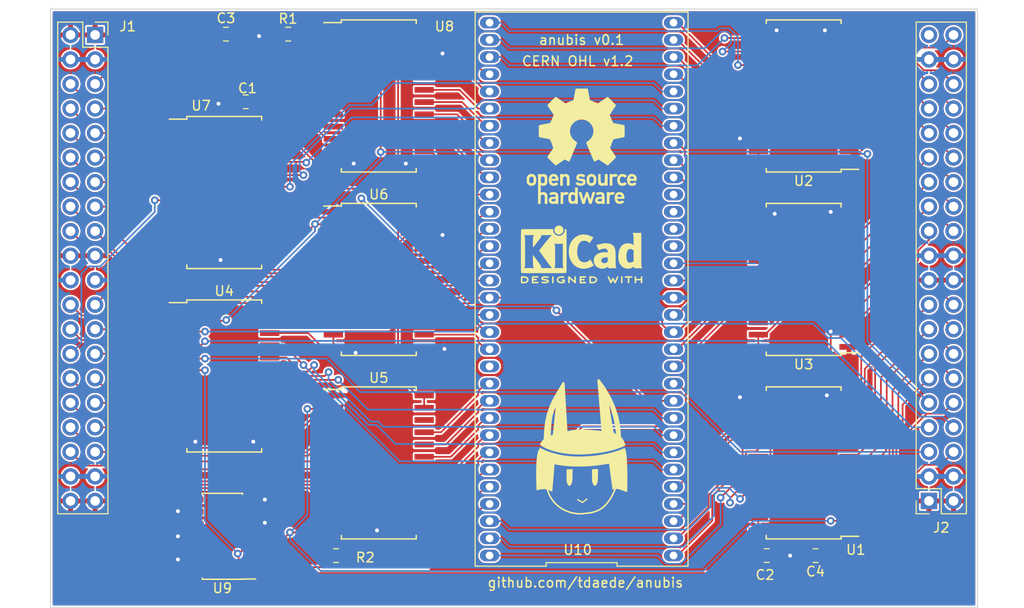
<source format=kicad_pcb>
(kicad_pcb (version 20171130) (host pcbnew 5.1.0-rc1-unknown-r14970-a246d905)
  (layers (0 F.Cu signal) (31 B.Cu signal) (34 B.Paste user) (35 F.Paste user) (36 B.SilkS user) (37 F.SilkS user) (38 B.Mask user) (39 F.Mask user) (44 Edge.Cuts user))
  (net 0 "")
  (net 1 +3V3)
  (net 2 GND)
  (net 3 /ulx_a15)
  (net 4 /ulx_a14)
  (net 5 /ulx_a16)
  (net 6 /ulx_a13)
  (net 7 /ulx_a17)
  (net 8 /ulx_a12)
  (net 9 /ulx_a18)
  (net 10 /ulx_a11)
  (net 11 /ulx_a19)
  (net 12 /ulx_a10)
  (net 13 /ulx_a20)
  (net 14 /ulx_a9)
  (net 15 /ulx_a21)
  (net 16 /ulx_a8)
  (net 17 /ulx_a22)
  (net 18 /ulx_a7)
  (net 19 /ulx_a23)
  (net 20 /ulx_a6)
  (net 21 /ulx_d0)
  (net 22 /ulx_a5)
  (net 23 /ulx_d1)
  (net 24 /ulx_a4)
  (net 25 /ulx_d2)
  (net 26 /ulx_a3)
  (net 27 /ulx_d3)
  (net 28 /ulx_a2)
  (net 29 /ulx_d4)
  (net 30 /ulx_a1)
  (net 31 +5V)
  (net 32 /ulx_bg)
  (net 33 /ulx_br)
  (net 34 /ulx_ipl2)
  (net 35 /addr_dir)
  (net 36 /ulx_ipl1)
  (net 37 /data_dir)
  (net 38 /ulx_ipl0)
  (net 39 /ulx_rw)
  (net 40 /ulx_d15)
  (net 41 /ulx_lds)
  (net 42 /ulx_d14)
  (net 43 /ulx_uds)
  (net 44 /ulx_d13)
  (net 45 /ulx_as)
  (net 46 /ulx_d12)
  (net 47 /ulx_fc2)
  (net 48 /ulx_d11)
  (net 49 /ulx_fc1)
  (net 50 /ulx_d10)
  (net 51 /ulx_fc0)
  (net 52 /ulx_d9)
  (net 53 /ulx_clk)
  (net 54 /ulx_d8)
  (net 55 /ulx_dtack)
  (net 56 /ulx_d7)
  (net 57 /ulx_reset)
  (net 58 /ulx_d6)
  (net 59 /ulx_halt)
  (net 60 /ulx_d5)
  (net 61 "Net-(U1-Pad22)")
  (net 62 /mb_d0)
  (net 63 /mb_d1)
  (net 64 /mb_d2)
  (net 65 /mb_d3)
  (net 66 /mb_d4)
  (net 67 /mb_d5)
  (net 68 /mb_d6)
  (net 69 /mb_d7)
  (net 70 "Net-(U2-Pad21)")
  (net 71 /mb_a1)
  (net 72 /mb_a2)
  (net 73 /mb_a3)
  (net 74 /mb_a4)
  (net 75 /mb_a5)
  (net 76 /mb_a6)
  (net 77 /mb_a7)
  (net 78 "Net-(U2-Pad3)")
  (net 79 "Net-(U3-Pad22)")
  (net 80 /mb_ipl0)
  (net 81 /mb_ipl1)
  (net 82 /mb_ipl2)
  (net 83 /mb_halt)
  (net 84 /mb_reset)
  (net 85 /mb_br)
  (net 86 /mb_clk)
  (net 87 /mb_bgack)
  (net 88 /ulx_bgack)
  (net 89 /mb_as)
  (net 90 /mb_uds)
  (net 91 /mb_lds)
  (net 92 /mb_rw)
  (net 93 "Net-(U4-Pad17)")
  (net 94 "Net-(U4-Pad16)")
  (net 95 "Net-(U4-Pad15)")
  (net 96 "Net-(U4-Pad14)")
  (net 97 "Net-(U4-Pad10)")
  (net 98 "Net-(U4-Pad9)")
  (net 99 "Net-(U4-Pad8)")
  (net 100 "Net-(U4-Pad7)")
  (net 101 "Net-(U5-Pad22)")
  (net 102 /mb_d8)
  (net 103 /mb_d9)
  (net 104 /mb_d10)
  (net 105 /mb_d11)
  (net 106 /mb_d12)
  (net 107 /mb_d13)
  (net 108 /mb_d14)
  (net 109 /mb_d15)
  (net 110 /mb_a16)
  (net 111 /mb_a17)
  (net 112 /mb_a18)
  (net 113 /mb_a19)
  (net 114 /mb_a20)
  (net 115 /mb_a21)
  (net 116 /mb_a22)
  (net 117 /mb_a23)
  (net 118 "Net-(U7-Pad22)")
  (net 119 /mb_fc0)
  (net 120 /mb_fc1)
  (net 121 /mb_fc2)
  (net 122 "Net-(U7-Pad18)")
  (net 123 /mb_dtack)
  (net 124 "Net-(U7-Pad16)")
  (net 125 "Net-(U7-Pad15)")
  (net 126 "Net-(U7-Pad14)")
  (net 127 "Net-(U7-Pad10)")
  (net 128 "Net-(U7-Pad9)")
  (net 129 "Net-(U7-Pad8)")
  (net 130 "Net-(U7-Pad6)")
  (net 131 /mb_a8)
  (net 132 /mb_a9)
  (net 133 /mb_a10)
  (net 134 /mb_a11)
  (net 135 /mb_a12)
  (net 136 /mb_a13)
  (net 137 /mb_a14)
  (net 138 /mb_a15)
  (net 139 /mb_bg)
  (net 140 /mb_berr)
  (net 141 /mb_vpa)
  (net 142 /mb_e)
  (net 143 /mb_vma)
  (net 144 "Net-(J2-Pad39)")
  (net 145 "Net-(U9-Pad12)")
  (net 146 "Net-(U9-Pad10)")
  (net 147 "Net-(U9-Pad8)")
  (net 148 "Net-(U9-Pad6)")
  (module anubis:DIP-64_750_ELL (layer F.Cu) (at 58 133 90)
    (fp_text reference U10 (at -27 -0.4 -180) (layer F.SilkS))
    (fp_text value 68000D)
    (pad 32 thru_hole oval (at 27.59 9.525 90) (size 1.2 2) (drill 0.8) (layers *.Cu *.Mask) (net 74 /mb_a4))
    (pad 33 thru_hole oval (at 27.59 -9.525 90) (size 1.2 2) (drill 0.8) (layers *.Cu *.Mask) (net 75 /mb_a5))
    (pad 31 thru_hole oval (at 25.81 9.525 90) (size 1.2 2) (drill 0.8) (layers *.Cu *.Mask) (net 73 /mb_a3))
    (pad 34 thru_hole oval (at 25.81 -9.525 90) (size 1.2 2) (drill 0.8) (layers *.Cu *.Mask) (net 76 /mb_a6))
    (pad 30 thru_hole oval (at 24.03 9.525 90) (size 1.2 2) (drill 0.8) (layers *.Cu *.Mask) (net 72 /mb_a2))
    (pad 35 thru_hole oval (at 24.03 -9.525 90) (size 1.2 2) (drill 0.8) (layers *.Cu *.Mask) (net 77 /mb_a7))
    (pad 29 thru_hole oval (at 22.25 9.525 90) (size 1.2 2) (drill 0.8) (layers *.Cu *.Mask) (net 71 /mb_a1))
    (pad 36 thru_hole oval (at 22.25 -9.525 90) (size 1.2 2) (drill 0.8) (layers *.Cu *.Mask) (net 131 /mb_a8))
    (pad 28 thru_hole oval (at 20.47 9.525 90) (size 1.2 2) (drill 0.8) (layers *.Cu *.Mask) (net 119 /mb_fc0))
    (pad 37 thru_hole oval (at 20.47 -9.525 90) (size 1.2 2) (drill 0.8) (layers *.Cu *.Mask) (net 132 /mb_a9))
    (pad 27 thru_hole oval (at 18.69 9.525 90) (size 1.2 2) (drill 0.8) (layers *.Cu *.Mask) (net 120 /mb_fc1))
    (pad 38 thru_hole oval (at 18.69 -9.525 90) (size 1.2 2) (drill 0.8) (layers *.Cu *.Mask) (net 133 /mb_a10))
    (pad 26 thru_hole oval (at 16.91 9.525 90) (size 1.2 2) (drill 0.8) (layers *.Cu *.Mask) (net 121 /mb_fc2))
    (pad 39 thru_hole oval (at 16.91 -9.525 90) (size 1.2 2) (drill 0.8) (layers *.Cu *.Mask) (net 134 /mb_a11))
    (pad 25 thru_hole oval (at 15.13 9.525 90) (size 1.2 2) (drill 0.8) (layers *.Cu *.Mask) (net 80 /mb_ipl0))
    (pad 40 thru_hole oval (at 15.13 -9.525 90) (size 1.2 2) (drill 0.8) (layers *.Cu *.Mask) (net 135 /mb_a12))
    (pad 24 thru_hole oval (at 13.35 9.525 90) (size 1.2 2) (drill 0.8) (layers *.Cu *.Mask) (net 81 /mb_ipl1))
    (pad 41 thru_hole oval (at 13.35 -9.525 90) (size 1.2 2) (drill 0.8) (layers *.Cu *.Mask) (net 136 /mb_a13))
    (pad 23 thru_hole oval (at 11.57 9.525 90) (size 1.2 2) (drill 0.8) (layers *.Cu *.Mask) (net 82 /mb_ipl2))
    (pad 42 thru_hole oval (at 11.57 -9.525 90) (size 1.2 2) (drill 0.8) (layers *.Cu *.Mask) (net 137 /mb_a14))
    (pad 22 thru_hole oval (at 9.79 9.525 90) (size 1.2 2) (drill 0.8) (layers *.Cu *.Mask) (net 140 /mb_berr))
    (pad 43 thru_hole oval (at 9.79 -9.525 90) (size 1.2 2) (drill 0.8) (layers *.Cu *.Mask) (net 138 /mb_a15))
    (pad 21 thru_hole oval (at 8.01 9.525 90) (size 1.2 2) (drill 0.8) (layers *.Cu *.Mask) (net 141 /mb_vpa))
    (pad 44 thru_hole oval (at 8.01 -9.525 90) (size 1.2 2) (drill 0.8) (layers *.Cu *.Mask) (net 110 /mb_a16))
    (pad 20 thru_hole oval (at 6.23 9.525 90) (size 1.2 2) (drill 0.8) (layers *.Cu *.Mask) (net 142 /mb_e))
    (pad 45 thru_hole oval (at 6.23 -9.525 90) (size 1.2 2) (drill 0.8) (layers *.Cu *.Mask) (net 111 /mb_a17))
    (pad 19 thru_hole oval (at 4.45 9.525 90) (size 1.2 2) (drill 0.8) (layers *.Cu *.Mask) (net 143 /mb_vma))
    (pad 46 thru_hole oval (at 4.45 -9.525 90) (size 1.2 2) (drill 0.8) (layers *.Cu *.Mask) (net 112 /mb_a18))
    (pad 18 thru_hole oval (at 2.67 9.525 90) (size 1.2 2) (drill 0.8) (layers *.Cu *.Mask) (net 84 /mb_reset))
    (pad 47 thru_hole oval (at 2.67 -9.525 90) (size 1.2 2) (drill 0.8) (layers *.Cu *.Mask) (net 113 /mb_a19))
    (pad 17 thru_hole oval (at 0.89 9.525 90) (size 1.2 2) (drill 0.8) (layers *.Cu *.Mask) (net 83 /mb_halt))
    (pad 48 thru_hole oval (at 0.89 -9.525 90) (size 1.2 2) (drill 0.8) (layers *.Cu *.Mask) (net 114 /mb_a20))
    (pad 16 thru_hole oval (at -0.89 9.525 90) (size 1.2 2) (drill 0.8) (layers *.Cu *.Mask) (net 2 GND))
    (pad 49 thru_hole oval (at -0.89 -9.525 90) (size 1.2 2) (drill 0.8) (layers *.Cu *.Mask) (net 31 +5V))
    (pad 15 thru_hole oval (at -2.67 9.525 90) (size 1.2 2) (drill 0.8) (layers *.Cu *.Mask) (net 86 /mb_clk))
    (pad 50 thru_hole oval (at -2.67 -9.525 90) (size 1.2 2) (drill 0.8) (layers *.Cu *.Mask) (net 115 /mb_a21))
    (pad 14 thru_hole oval (at -4.45 9.525 90) (size 1.2 2) (drill 0.8) (layers *.Cu *.Mask) (net 31 +5V))
    (pad 51 thru_hole oval (at -4.45 -9.525 90) (size 1.2 2) (drill 0.8) (layers *.Cu *.Mask) (net 116 /mb_a22))
    (pad 13 thru_hole oval (at -6.23 9.525 90) (size 1.2 2) (drill 0.8) (layers *.Cu *.Mask) (net 85 /mb_br))
    (pad 52 thru_hole oval (at -6.23 -9.525 90) (size 1.2 2) (drill 0.8) (layers *.Cu *.Mask) (net 117 /mb_a23))
    (pad 12 thru_hole oval (at -8.01 9.525 90) (size 1.2 2) (drill 0.8) (layers *.Cu *.Mask) (net 87 /mb_bgack))
    (pad 53 thru_hole oval (at -8.01 -9.525 90) (size 1.2 2) (drill 0.8) (layers *.Cu *.Mask) (net 2 GND))
    (pad 11 thru_hole oval (at -9.79 9.525 90) (size 1.2 2) (drill 0.8) (layers *.Cu *.Mask) (net 139 /mb_bg))
    (pad 54 thru_hole oval (at -9.79 -9.525 90) (size 1.2 2) (drill 0.8) (layers *.Cu *.Mask) (net 109 /mb_d15))
    (pad 10 thru_hole oval (at -11.57 9.525 90) (size 1.2 2) (drill 0.8) (layers *.Cu *.Mask) (net 123 /mb_dtack))
    (pad 55 thru_hole oval (at -11.57 -9.525 90) (size 1.2 2) (drill 0.8) (layers *.Cu *.Mask) (net 108 /mb_d14))
    (pad 9 thru_hole oval (at -13.35 9.525 90) (size 1.2 2) (drill 0.8) (layers *.Cu *.Mask) (net 92 /mb_rw))
    (pad 56 thru_hole oval (at -13.35 -9.525 90) (size 1.2 2) (drill 0.8) (layers *.Cu *.Mask) (net 107 /mb_d13))
    (pad 8 thru_hole oval (at -15.13 9.525 90) (size 1.2 2) (drill 0.8) (layers *.Cu *.Mask) (net 91 /mb_lds))
    (pad 57 thru_hole oval (at -15.13 -9.525 90) (size 1.2 2) (drill 0.8) (layers *.Cu *.Mask) (net 106 /mb_d12))
    (pad 7 thru_hole oval (at -16.91 9.525 90) (size 1.2 2) (drill 0.8) (layers *.Cu *.Mask) (net 90 /mb_uds))
    (pad 58 thru_hole oval (at -16.91 -9.525 90) (size 1.2 2) (drill 0.8) (layers *.Cu *.Mask) (net 105 /mb_d11))
    (pad 6 thru_hole oval (at -18.69 9.525 90) (size 1.2 2) (drill 0.8) (layers *.Cu *.Mask) (net 89 /mb_as))
    (pad 59 thru_hole oval (at -18.69 -9.525 90) (size 1.2 2) (drill 0.8) (layers *.Cu *.Mask) (net 104 /mb_d10))
    (pad 5 thru_hole oval (at -20.47 9.525 90) (size 1.2 2) (drill 0.8) (layers *.Cu *.Mask) (net 62 /mb_d0))
    (pad 60 thru_hole oval (at -20.47 -9.525 90) (size 1.2 2) (drill 0.8) (layers *.Cu *.Mask) (net 103 /mb_d9))
    (pad 4 thru_hole oval (at -22.25 9.525 90) (size 1.2 2) (drill 0.8) (layers *.Cu *.Mask) (net 63 /mb_d1))
    (pad 61 thru_hole oval (at -22.25 -9.525 90) (size 1.2 2) (drill 0.8) (layers *.Cu *.Mask) (net 102 /mb_d8))
    (pad 3 thru_hole oval (at -24.03 9.525 90) (size 1.2 2) (drill 0.8) (layers *.Cu *.Mask) (net 64 /mb_d2))
    (pad 62 thru_hole oval (at -24.03 -9.525 90) (size 1.2 2) (drill 0.8) (layers *.Cu *.Mask) (net 69 /mb_d7))
    (pad 2 thru_hole oval (at -25.81 9.525 90) (size 1.2 2) (drill 0.8) (layers *.Cu *.Mask) (net 65 /mb_d3))
    (pad 63 thru_hole oval (at -25.81 -9.525 90) (size 1.2 2) (drill 0.8) (layers *.Cu *.Mask) (net 68 /mb_d6))
    (pad 1 thru_hole oval (at -27.59 9.525 90) (size 1.2 2) (drill 0.8) (layers *.Cu *.Mask) (net 66 /mb_d4))
    (pad 64 thru_hole oval (at -27.59 -9.525 90) (size 1.2 2) (drill 0.8) (layers *.Cu *.Mask) (net 67 /mb_d5))
  )
  (module anubis:anubis_logo (layer F.Cu) (at 58 149.4)
    (fp_text reference svg2mod hide)
    (fp_text value G*** hide)
  )
  (module anubis:anubis_logo (layer F.Cu) (at 56.8 153.4)
    (fp_text reference svg2mod hide)
    (fp_text value G*** hide)
  )
  (module Symbol:KiCad-Logo2_5mm_SilkScreen (layer F.Cu) (at 58 129.4)
    (fp_text reference REF** hide)
    (fp_text value KiCad-Logo2_5mm_SilkScreen hide)
  )
  (module Symbol:OSHW-Logo_11.4x12mm_SilkScreen (layer F.Cu) (at 58 118.2)
    (fp_text reference REF** hide)
    (fp_text value OSHW-Logo_11.4x12mm_SilkScreen hide)
  )
  (module Resistor_SMD:R_0805_2012Metric_Pad1.15x1.40mm_HandSolder (layer F.Cu) (at 32.575 160.6)
    (fp_text reference R2 (at 3.025 0.2) (layer F.SilkS))
    (fp_text value 10K)
    (pad 2 smd roundrect (at 1.025 0) (size 1.15 1.4) (layers F.Cu F.Paste F.Mask) (roundrect_rratio 0.217391) (net 2 GND))
    (pad 1 smd roundrect (at -1.025 0) (size 1.15 1.4) (layers F.Cu F.Paste F.Mask) (roundrect_rratio 0.217391) (net 37 /data_dir))
  )
  (module Resistor_SMD:R_0805_2012Metric_Pad1.15x1.40mm_HandSolder (layer F.Cu) (at 27.625 106.6 180)
    (fp_text reference R1 (at 0.025 1.6 180) (layer F.SilkS))
    (fp_text value 10K)
    (pad 2 smd roundrect (at 1.025 0 180) (size 1.15 1.4) (layers F.Cu F.Paste F.Mask) (roundrect_rratio 0.217391) (net 2 GND))
    (pad 1 smd roundrect (at -1.025 0 180) (size 1.15 1.4) (layers F.Cu F.Paste F.Mask) (roundrect_rratio 0.217391) (net 35 /addr_dir))
  )
  (module Capacitor_SMD:C_0805_2012Metric_Pad1.15x1.40mm_HandSolder (layer F.Cu) (at 82.225 160.6 180)
    (fp_text reference C4 (at 0 -1.65 180) (layer F.SilkS))
    (fp_text value 0.1uF)
    (pad 2 smd roundrect (at 1.025 0 180) (size 1.15 1.4) (layers F.Cu F.Paste F.Mask) (roundrect_rratio 0.217391) (net 2 GND))
    (pad 1 smd roundrect (at -1.025 0 180) (size 1.15 1.4) (layers F.Cu F.Paste F.Mask) (roundrect_rratio 0.217391) (net 1 +3V3))
  )
  (module Capacitor_SMD:C_0805_2012Metric_Pad1.15x1.40mm_HandSolder (layer F.Cu) (at 21.175 106.6)
    (fp_text reference C3 (at 0 -1.65) (layer F.SilkS))
    (fp_text value 0.1uF)
    (pad 2 smd roundrect (at 1.025 0) (size 1.15 1.4) (layers F.Cu F.Paste F.Mask) (roundrect_rratio 0.217391) (net 2 GND))
    (pad 1 smd roundrect (at -1.025 0) (size 1.15 1.4) (layers F.Cu F.Paste F.Mask) (roundrect_rratio 0.217391) (net 1 +3V3))
  )
  (module Capacitor_SMD:C_0805_2012Metric_Pad1.15x1.40mm_HandSolder (layer F.Cu) (at 77.175 160.6)
    (fp_text reference C2 (at -0.175 2) (layer F.SilkS))
    (fp_text value 0.1uF)
    (pad 2 smd roundrect (at 1.025 0) (size 1.15 1.4) (layers F.Cu F.Paste F.Mask) (roundrect_rratio 0.217391) (net 2 GND))
    (pad 1 smd roundrect (at -1.025 0) (size 1.15 1.4) (layers F.Cu F.Paste F.Mask) (roundrect_rratio 0.217391) (net 31 +5V))
  )
  (module Capacitor_SMD:C_0805_2012Metric_Pad1.15x1.40mm_HandSolder (layer F.Cu) (at 23.225 113.6 180)
    (fp_text reference C1 (at -0.175 1.4 180) (layer F.SilkS))
    (fp_text value 0.1uF)
    (pad 2 smd roundrect (at 1.025 0 180) (size 1.15 1.4) (layers F.Cu F.Paste F.Mask) (roundrect_rratio 0.217391) (net 2 GND))
    (pad 1 smd roundrect (at -1.025 0 180) (size 1.15 1.4) (layers F.Cu F.Paste F.Mask) (roundrect_rratio 0.217391) (net 31 +5V))
  )
  (module Package_SO:SOIC-14_3.9x8.7mm_P1.27mm (layer F.Cu) (at 20.8 158.6 180)
    (fp_text reference U9 (at 0 -5.375 180) (layer F.SilkS))
    (fp_text value 74LS05)
    (pad 14 smd rect (at 2.7 -3.81 180) (size 1.5 0.6) (layers F.Cu F.Paste F.Mask) (net 1 +3V3))
    (pad 13 smd rect (at 2.7 -2.54 180) (size 1.5 0.6) (layers F.Cu F.Paste F.Mask) (net 2 GND))
    (pad 12 smd rect (at 2.7 -1.27 180) (size 1.5 0.6) (layers F.Cu F.Paste F.Mask) (net 145 "Net-(U9-Pad12)"))
    (pad 11 smd rect (at 2.7 0 180) (size 1.5 0.6) (layers F.Cu F.Paste F.Mask) (net 2 GND))
    (pad 10 smd rect (at 2.7 1.27 180) (size 1.5 0.6) (layers F.Cu F.Paste F.Mask) (net 146 "Net-(U9-Pad10)"))
    (pad 9 smd rect (at 2.7 2.54 180) (size 1.5 0.6) (layers F.Cu F.Paste F.Mask) (net 2 GND))
    (pad 8 smd rect (at 2.7 3.81 180) (size 1.5 0.6) (layers F.Cu F.Paste F.Mask) (net 147 "Net-(U9-Pad8)"))
    (pad 7 smd rect (at -2.7 3.81 180) (size 1.5 0.6) (layers F.Cu F.Paste F.Mask) (net 2 GND))
    (pad 6 smd rect (at -2.7 2.54 180) (size 1.5 0.6) (layers F.Cu F.Paste F.Mask) (net 148 "Net-(U9-Pad6)"))
    (pad 5 smd rect (at -2.7 1.27 180) (size 1.5 0.6) (layers F.Cu F.Paste F.Mask) (net 2 GND))
    (pad 4 smd rect (at -2.7 0 180) (size 1.5 0.6) (layers F.Cu F.Paste F.Mask) (net 37 /data_dir))
    (pad 3 smd rect (at -2.7 -1.27 180) (size 1.5 0.6) (layers F.Cu F.Paste F.Mask) (net 39 /ulx_rw))
    (pad 2 smd rect (at -2.7 -2.54 180) (size 1.5 0.6) (layers F.Cu F.Paste F.Mask) (net 139 /mb_bg))
    (pad 1 smd rect (at -2.7 -3.81 180) (size 1.5 0.6) (layers F.Cu F.Paste F.Mask) (net 32 /ulx_bg))
  )
  (module Package_SO:SOIC-24W_7.5x15.4mm_P1.27mm (layer F.Cu) (at 37 113)
    (fp_text reference U8 (at 6.8 -7.2) (layer F.SilkS))
    (fp_text value SN74LVC8T245DWR)
    (pad 24 smd rect (at 4.7 -6.985) (size 2 0.6) (layers F.Cu F.Paste F.Mask) (net 31 +5V))
    (pad 23 smd rect (at 4.7 -5.715) (size 2 0.6) (layers F.Cu F.Paste F.Mask) (net 31 +5V))
    (pad 22 smd rect (at 4.7 -4.445) (size 2 0.6) (layers F.Cu F.Paste F.Mask) (net 2 GND))
    (pad 21 smd rect (at 4.7 -3.175) (size 2 0.6) (layers F.Cu F.Paste F.Mask) (net 131 /mb_a8))
    (pad 20 smd rect (at 4.7 -1.905) (size 2 0.6) (layers F.Cu F.Paste F.Mask) (net 132 /mb_a9))
    (pad 19 smd rect (at 4.7 -0.635) (size 2 0.6) (layers F.Cu F.Paste F.Mask) (net 133 /mb_a10))
    (pad 18 smd rect (at 4.7 0.635) (size 2 0.6) (layers F.Cu F.Paste F.Mask) (net 134 /mb_a11))
    (pad 17 smd rect (at 4.7 1.905) (size 2 0.6) (layers F.Cu F.Paste F.Mask) (net 135 /mb_a12))
    (pad 16 smd rect (at 4.7 3.175) (size 2 0.6) (layers F.Cu F.Paste F.Mask) (net 136 /mb_a13))
    (pad 15 smd rect (at 4.7 4.445) (size 2 0.6) (layers F.Cu F.Paste F.Mask) (net 137 /mb_a14))
    (pad 14 smd rect (at 4.7 5.715) (size 2 0.6) (layers F.Cu F.Paste F.Mask) (net 138 /mb_a15))
    (pad 13 smd rect (at 4.7 6.985) (size 2 0.6) (layers F.Cu F.Paste F.Mask) (net 2 GND))
    (pad 12 smd rect (at -4.7 6.985) (size 2 0.6) (layers F.Cu F.Paste F.Mask) (net 2 GND))
    (pad 11 smd rect (at -4.7 5.715) (size 2 0.6) (layers F.Cu F.Paste F.Mask) (net 2 GND))
    (pad 10 smd rect (at -4.7 4.445) (size 2 0.6) (layers F.Cu F.Paste F.Mask) (net 3 /ulx_a15))
    (pad 9 smd rect (at -4.7 3.175) (size 2 0.6) (layers F.Cu F.Paste F.Mask) (net 4 /ulx_a14))
    (pad 8 smd rect (at -4.7 1.905) (size 2 0.6) (layers F.Cu F.Paste F.Mask) (net 6 /ulx_a13))
    (pad 7 smd rect (at -4.7 0.635) (size 2 0.6) (layers F.Cu F.Paste F.Mask) (net 8 /ulx_a12))
    (pad 6 smd rect (at -4.7 -0.635) (size 2 0.6) (layers F.Cu F.Paste F.Mask) (net 10 /ulx_a11))
    (pad 5 smd rect (at -4.7 -1.905) (size 2 0.6) (layers F.Cu F.Paste F.Mask) (net 12 /ulx_a10))
    (pad 4 smd rect (at -4.7 -3.175) (size 2 0.6) (layers F.Cu F.Paste F.Mask) (net 14 /ulx_a9))
    (pad 3 smd rect (at -4.7 -4.445) (size 2 0.6) (layers F.Cu F.Paste F.Mask) (net 16 /ulx_a8))
    (pad 2 smd rect (at -4.7 -5.715) (size 2 0.6) (layers F.Cu F.Paste F.Mask) (net 35 /addr_dir))
    (pad 1 smd rect (at -4.7 -6.985) (size 2 0.6) (layers F.Cu F.Paste F.Mask) (net 1 +3V3))
  )
  (module Package_SO:SOIC-24W_7.5x15.4mm_P1.27mm (layer F.Cu) (at 21 123)
    (fp_text reference U7 (at -2.4 -9) (layer F.SilkS))
    (fp_text value SN74LVC8T245DWR)
    (pad 24 smd rect (at 4.7 -6.985) (size 2 0.6) (layers F.Cu F.Paste F.Mask) (net 31 +5V))
    (pad 23 smd rect (at 4.7 -5.715) (size 2 0.6) (layers F.Cu F.Paste F.Mask) (net 31 +5V))
    (pad 22 smd rect (at 4.7 -4.445) (size 2 0.6) (layers F.Cu F.Paste F.Mask) (net 118 "Net-(U7-Pad22)"))
    (pad 21 smd rect (at 4.7 -3.175) (size 2 0.6) (layers F.Cu F.Paste F.Mask) (net 121 /mb_fc2))
    (pad 20 smd rect (at 4.7 -1.905) (size 2 0.6) (layers F.Cu F.Paste F.Mask) (net 120 /mb_fc1))
    (pad 19 smd rect (at 4.7 -0.635) (size 2 0.6) (layers F.Cu F.Paste F.Mask) (net 119 /mb_fc0))
    (pad 18 smd rect (at 4.7 0.635) (size 2 0.6) (layers F.Cu F.Paste F.Mask) (net 122 "Net-(U7-Pad18)"))
    (pad 17 smd rect (at 4.7 1.905) (size 2 0.6) (layers F.Cu F.Paste F.Mask) (net 123 /mb_dtack))
    (pad 16 smd rect (at 4.7 3.175) (size 2 0.6) (layers F.Cu F.Paste F.Mask) (net 124 "Net-(U7-Pad16)"))
    (pad 15 smd rect (at 4.7 4.445) (size 2 0.6) (layers F.Cu F.Paste F.Mask) (net 125 "Net-(U7-Pad15)"))
    (pad 14 smd rect (at 4.7 5.715) (size 2 0.6) (layers F.Cu F.Paste F.Mask) (net 126 "Net-(U7-Pad14)"))
    (pad 13 smd rect (at 4.7 6.985) (size 2 0.6) (layers F.Cu F.Paste F.Mask) (net 2 GND))
    (pad 12 smd rect (at -4.7 6.985) (size 2 0.6) (layers F.Cu F.Paste F.Mask) (net 2 GND))
    (pad 11 smd rect (at -4.7 5.715) (size 2 0.6) (layers F.Cu F.Paste F.Mask) (net 2 GND))
    (pad 10 smd rect (at -4.7 4.445) (size 2 0.6) (layers F.Cu F.Paste F.Mask) (net 127 "Net-(U7-Pad10)"))
    (pad 9 smd rect (at -4.7 3.175) (size 2 0.6) (layers F.Cu F.Paste F.Mask) (net 128 "Net-(U7-Pad9)"))
    (pad 8 smd rect (at -4.7 1.905) (size 2 0.6) (layers F.Cu F.Paste F.Mask) (net 129 "Net-(U7-Pad8)"))
    (pad 7 smd rect (at -4.7 0.635) (size 2 0.6) (layers F.Cu F.Paste F.Mask) (net 55 /ulx_dtack))
    (pad 6 smd rect (at -4.7 -0.635) (size 2 0.6) (layers F.Cu F.Paste F.Mask) (net 130 "Net-(U7-Pad6)"))
    (pad 5 smd rect (at -4.7 -1.905) (size 2 0.6) (layers F.Cu F.Paste F.Mask) (net 51 /ulx_fc0))
    (pad 4 smd rect (at -4.7 -3.175) (size 2 0.6) (layers F.Cu F.Paste F.Mask) (net 49 /ulx_fc1))
    (pad 3 smd rect (at -4.7 -4.445) (size 2 0.6) (layers F.Cu F.Paste F.Mask) (net 47 /ulx_fc2))
    (pad 2 smd rect (at -4.7 -5.715) (size 2 0.6) (layers F.Cu F.Paste F.Mask) (net 35 /addr_dir))
    (pad 1 smd rect (at -4.7 -6.985) (size 2 0.6) (layers F.Cu F.Paste F.Mask) (net 1 +3V3))
  )
  (module Package_SO:SOIC-24W_7.5x15.4mm_P1.27mm (layer F.Cu) (at 37 132)
    (fp_text reference U6 (at 0 -8.8) (layer F.SilkS))
    (fp_text value SN74LVC8T245DWR)
    (pad 24 smd rect (at 4.7 -6.985) (size 2 0.6) (layers F.Cu F.Paste F.Mask) (net 31 +5V))
    (pad 23 smd rect (at 4.7 -5.715) (size 2 0.6) (layers F.Cu F.Paste F.Mask) (net 31 +5V))
    (pad 22 smd rect (at 4.7 -4.445) (size 2 0.6) (layers F.Cu F.Paste F.Mask) (net 2 GND))
    (pad 21 smd rect (at 4.7 -3.175) (size 2 0.6) (layers F.Cu F.Paste F.Mask) (net 110 /mb_a16))
    (pad 20 smd rect (at 4.7 -1.905) (size 2 0.6) (layers F.Cu F.Paste F.Mask) (net 111 /mb_a17))
    (pad 19 smd rect (at 4.7 -0.635) (size 2 0.6) (layers F.Cu F.Paste F.Mask) (net 112 /mb_a18))
    (pad 18 smd rect (at 4.7 0.635) (size 2 0.6) (layers F.Cu F.Paste F.Mask) (net 113 /mb_a19))
    (pad 17 smd rect (at 4.7 1.905) (size 2 0.6) (layers F.Cu F.Paste F.Mask) (net 114 /mb_a20))
    (pad 16 smd rect (at 4.7 3.175) (size 2 0.6) (layers F.Cu F.Paste F.Mask) (net 115 /mb_a21))
    (pad 15 smd rect (at 4.7 4.445) (size 2 0.6) (layers F.Cu F.Paste F.Mask) (net 116 /mb_a22))
    (pad 14 smd rect (at 4.7 5.715) (size 2 0.6) (layers F.Cu F.Paste F.Mask) (net 117 /mb_a23))
    (pad 13 smd rect (at 4.7 6.985) (size 2 0.6) (layers F.Cu F.Paste F.Mask) (net 2 GND))
    (pad 12 smd rect (at -4.7 6.985) (size 2 0.6) (layers F.Cu F.Paste F.Mask) (net 2 GND))
    (pad 11 smd rect (at -4.7 5.715) (size 2 0.6) (layers F.Cu F.Paste F.Mask) (net 2 GND))
    (pad 10 smd rect (at -4.7 4.445) (size 2 0.6) (layers F.Cu F.Paste F.Mask) (net 19 /ulx_a23))
    (pad 9 smd rect (at -4.7 3.175) (size 2 0.6) (layers F.Cu F.Paste F.Mask) (net 17 /ulx_a22))
    (pad 8 smd rect (at -4.7 1.905) (size 2 0.6) (layers F.Cu F.Paste F.Mask) (net 15 /ulx_a21))
    (pad 7 smd rect (at -4.7 0.635) (size 2 0.6) (layers F.Cu F.Paste F.Mask) (net 13 /ulx_a20))
    (pad 6 smd rect (at -4.7 -0.635) (size 2 0.6) (layers F.Cu F.Paste F.Mask) (net 11 /ulx_a19))
    (pad 5 smd rect (at -4.7 -1.905) (size 2 0.6) (layers F.Cu F.Paste F.Mask) (net 9 /ulx_a18))
    (pad 4 smd rect (at -4.7 -3.175) (size 2 0.6) (layers F.Cu F.Paste F.Mask) (net 7 /ulx_a17))
    (pad 3 smd rect (at -4.7 -4.445) (size 2 0.6) (layers F.Cu F.Paste F.Mask) (net 5 /ulx_a16))
    (pad 2 smd rect (at -4.7 -5.715) (size 2 0.6) (layers F.Cu F.Paste F.Mask) (net 35 /addr_dir))
    (pad 1 smd rect (at -4.7 -6.985) (size 2 0.6) (layers F.Cu F.Paste F.Mask) (net 1 +3V3))
  )
  (module Package_SO:SOIC-24W_7.5x15.4mm_P1.27mm (layer F.Cu) (at 37 151)
    (fp_text reference U5 (at 0 -8.8) (layer F.SilkS))
    (fp_text value SN74LVC8T245DWR)
    (pad 24 smd rect (at 4.7 -6.985) (size 2 0.6) (layers F.Cu F.Paste F.Mask) (net 31 +5V))
    (pad 23 smd rect (at 4.7 -5.715) (size 2 0.6) (layers F.Cu F.Paste F.Mask) (net 31 +5V))
    (pad 22 smd rect (at 4.7 -4.445) (size 2 0.6) (layers F.Cu F.Paste F.Mask) (net 101 "Net-(U5-Pad22)"))
    (pad 21 smd rect (at 4.7 -3.175) (size 2 0.6) (layers F.Cu F.Paste F.Mask) (net 109 /mb_d15))
    (pad 20 smd rect (at 4.7 -1.905) (size 2 0.6) (layers F.Cu F.Paste F.Mask) (net 108 /mb_d14))
    (pad 19 smd rect (at 4.7 -0.635) (size 2 0.6) (layers F.Cu F.Paste F.Mask) (net 107 /mb_d13))
    (pad 18 smd rect (at 4.7 0.635) (size 2 0.6) (layers F.Cu F.Paste F.Mask) (net 106 /mb_d12))
    (pad 17 smd rect (at 4.7 1.905) (size 2 0.6) (layers F.Cu F.Paste F.Mask) (net 105 /mb_d11))
    (pad 16 smd rect (at 4.7 3.175) (size 2 0.6) (layers F.Cu F.Paste F.Mask) (net 104 /mb_d10))
    (pad 15 smd rect (at 4.7 4.445) (size 2 0.6) (layers F.Cu F.Paste F.Mask) (net 103 /mb_d9))
    (pad 14 smd rect (at 4.7 5.715) (size 2 0.6) (layers F.Cu F.Paste F.Mask) (net 102 /mb_d8))
    (pad 13 smd rect (at 4.7 6.985) (size 2 0.6) (layers F.Cu F.Paste F.Mask) (net 2 GND))
    (pad 12 smd rect (at -4.7 6.985) (size 2 0.6) (layers F.Cu F.Paste F.Mask) (net 2 GND))
    (pad 11 smd rect (at -4.7 5.715) (size 2 0.6) (layers F.Cu F.Paste F.Mask) (net 2 GND))
    (pad 10 smd rect (at -4.7 4.445) (size 2 0.6) (layers F.Cu F.Paste F.Mask) (net 40 /ulx_d15))
    (pad 9 smd rect (at -4.7 3.175) (size 2 0.6) (layers F.Cu F.Paste F.Mask) (net 42 /ulx_d14))
    (pad 8 smd rect (at -4.7 1.905) (size 2 0.6) (layers F.Cu F.Paste F.Mask) (net 44 /ulx_d13))
    (pad 7 smd rect (at -4.7 0.635) (size 2 0.6) (layers F.Cu F.Paste F.Mask) (net 46 /ulx_d12))
    (pad 6 smd rect (at -4.7 -0.635) (size 2 0.6) (layers F.Cu F.Paste F.Mask) (net 48 /ulx_d11))
    (pad 5 smd rect (at -4.7 -1.905) (size 2 0.6) (layers F.Cu F.Paste F.Mask) (net 50 /ulx_d10))
    (pad 4 smd rect (at -4.7 -3.175) (size 2 0.6) (layers F.Cu F.Paste F.Mask) (net 52 /ulx_d9))
    (pad 3 smd rect (at -4.7 -4.445) (size 2 0.6) (layers F.Cu F.Paste F.Mask) (net 54 /ulx_d8))
    (pad 2 smd rect (at -4.7 -5.715) (size 2 0.6) (layers F.Cu F.Paste F.Mask) (net 37 /data_dir))
    (pad 1 smd rect (at -4.7 -6.985) (size 2 0.6) (layers F.Cu F.Paste F.Mask) (net 1 +3V3))
  )
  (module Package_SO:SOIC-24W_7.5x15.4mm_P1.27mm (layer F.Cu) (at 21 142)
    (fp_text reference U4 (at 0 -8.8) (layer F.SilkS))
    (fp_text value SN74LVC8T245DWR)
    (pad 24 smd rect (at 4.7 -6.985) (size 2 0.6) (layers F.Cu F.Paste F.Mask) (net 31 +5V))
    (pad 23 smd rect (at 4.7 -5.715) (size 2 0.6) (layers F.Cu F.Paste F.Mask) (net 31 +5V))
    (pad 22 smd rect (at 4.7 -4.445) (size 2 0.6) (layers F.Cu F.Paste F.Mask) (net 2 GND))
    (pad 21 smd rect (at 4.7 -3.175) (size 2 0.6) (layers F.Cu F.Paste F.Mask) (net 89 /mb_as))
    (pad 20 smd rect (at 4.7 -1.905) (size 2 0.6) (layers F.Cu F.Paste F.Mask) (net 90 /mb_uds))
    (pad 19 smd rect (at 4.7 -0.635) (size 2 0.6) (layers F.Cu F.Paste F.Mask) (net 91 /mb_lds))
    (pad 18 smd rect (at 4.7 0.635) (size 2 0.6) (layers F.Cu F.Paste F.Mask) (net 92 /mb_rw))
    (pad 17 smd rect (at 4.7 1.905) (size 2 0.6) (layers F.Cu F.Paste F.Mask) (net 93 "Net-(U4-Pad17)"))
    (pad 16 smd rect (at 4.7 3.175) (size 2 0.6) (layers F.Cu F.Paste F.Mask) (net 94 "Net-(U4-Pad16)"))
    (pad 15 smd rect (at 4.7 4.445) (size 2 0.6) (layers F.Cu F.Paste F.Mask) (net 95 "Net-(U4-Pad15)"))
    (pad 14 smd rect (at 4.7 5.715) (size 2 0.6) (layers F.Cu F.Paste F.Mask) (net 96 "Net-(U4-Pad14)"))
    (pad 13 smd rect (at 4.7 6.985) (size 2 0.6) (layers F.Cu F.Paste F.Mask) (net 2 GND))
    (pad 12 smd rect (at -4.7 6.985) (size 2 0.6) (layers F.Cu F.Paste F.Mask) (net 2 GND))
    (pad 11 smd rect (at -4.7 5.715) (size 2 0.6) (layers F.Cu F.Paste F.Mask) (net 2 GND))
    (pad 10 smd rect (at -4.7 4.445) (size 2 0.6) (layers F.Cu F.Paste F.Mask) (net 97 "Net-(U4-Pad10)"))
    (pad 9 smd rect (at -4.7 3.175) (size 2 0.6) (layers F.Cu F.Paste F.Mask) (net 98 "Net-(U4-Pad9)"))
    (pad 8 smd rect (at -4.7 1.905) (size 2 0.6) (layers F.Cu F.Paste F.Mask) (net 99 "Net-(U4-Pad8)"))
    (pad 7 smd rect (at -4.7 0.635) (size 2 0.6) (layers F.Cu F.Paste F.Mask) (net 100 "Net-(U4-Pad7)"))
    (pad 6 smd rect (at -4.7 -0.635) (size 2 0.6) (layers F.Cu F.Paste F.Mask) (net 39 /ulx_rw))
    (pad 5 smd rect (at -4.7 -1.905) (size 2 0.6) (layers F.Cu F.Paste F.Mask) (net 41 /ulx_lds))
    (pad 4 smd rect (at -4.7 -3.175) (size 2 0.6) (layers F.Cu F.Paste F.Mask) (net 43 /ulx_uds))
    (pad 3 smd rect (at -4.7 -4.445) (size 2 0.6) (layers F.Cu F.Paste F.Mask) (net 45 /ulx_as))
    (pad 2 smd rect (at -4.7 -5.715) (size 2 0.6) (layers F.Cu F.Paste F.Mask) (net 35 /addr_dir))
    (pad 1 smd rect (at -4.7 -6.985) (size 2 0.6) (layers F.Cu F.Paste F.Mask) (net 1 +3V3))
  )
  (module Package_SO:SOIC-24W_7.5x15.4mm_P1.27mm (layer F.Cu) (at 81 132 180)
    (fp_text reference U3 (at 0 -8.8 180) (layer F.SilkS))
    (fp_text value SN74LVC8T245DWR)
    (pad 24 smd rect (at 4.7 -6.985 180) (size 2 0.6) (layers F.Cu F.Paste F.Mask) (net 31 +5V))
    (pad 23 smd rect (at 4.7 -5.715 180) (size 2 0.6) (layers F.Cu F.Paste F.Mask) (net 31 +5V))
    (pad 22 smd rect (at 4.7 -4.445 180) (size 2 0.6) (layers F.Cu F.Paste F.Mask) (net 79 "Net-(U3-Pad22)"))
    (pad 21 smd rect (at 4.7 -3.175 180) (size 2 0.6) (layers F.Cu F.Paste F.Mask) (net 87 /mb_bgack))
    (pad 20 smd rect (at 4.7 -1.905 180) (size 2 0.6) (layers F.Cu F.Paste F.Mask) (net 85 /mb_br))
    (pad 19 smd rect (at 4.7 -0.635 180) (size 2 0.6) (layers F.Cu F.Paste F.Mask) (net 86 /mb_clk))
    (pad 18 smd rect (at 4.7 0.635 180) (size 2 0.6) (layers F.Cu F.Paste F.Mask) (net 83 /mb_halt))
    (pad 17 smd rect (at 4.7 1.905 180) (size 2 0.6) (layers F.Cu F.Paste F.Mask) (net 84 /mb_reset))
    (pad 16 smd rect (at 4.7 3.175 180) (size 2 0.6) (layers F.Cu F.Paste F.Mask) (net 82 /mb_ipl2))
    (pad 15 smd rect (at 4.7 4.445 180) (size 2 0.6) (layers F.Cu F.Paste F.Mask) (net 81 /mb_ipl1))
    (pad 14 smd rect (at 4.7 5.715 180) (size 2 0.6) (layers F.Cu F.Paste F.Mask) (net 80 /mb_ipl0))
    (pad 13 smd rect (at 4.7 6.985 180) (size 2 0.6) (layers F.Cu F.Paste F.Mask) (net 2 GND))
    (pad 12 smd rect (at -4.7 6.985 180) (size 2 0.6) (layers F.Cu F.Paste F.Mask) (net 2 GND))
    (pad 11 smd rect (at -4.7 5.715 180) (size 2 0.6) (layers F.Cu F.Paste F.Mask) (net 2 GND))
    (pad 10 smd rect (at -4.7 4.445 180) (size 2 0.6) (layers F.Cu F.Paste F.Mask) (net 38 /ulx_ipl0))
    (pad 9 smd rect (at -4.7 3.175 180) (size 2 0.6) (layers F.Cu F.Paste F.Mask) (net 36 /ulx_ipl1))
    (pad 8 smd rect (at -4.7 1.905 180) (size 2 0.6) (layers F.Cu F.Paste F.Mask) (net 34 /ulx_ipl2))
    (pad 7 smd rect (at -4.7 0.635 180) (size 2 0.6) (layers F.Cu F.Paste F.Mask) (net 57 /ulx_reset))
    (pad 6 smd rect (at -4.7 -0.635 180) (size 2 0.6) (layers F.Cu F.Paste F.Mask) (net 59 /ulx_halt))
    (pad 5 smd rect (at -4.7 -1.905 180) (size 2 0.6) (layers F.Cu F.Paste F.Mask) (net 53 /ulx_clk))
    (pad 4 smd rect (at -4.7 -3.175 180) (size 2 0.6) (layers F.Cu F.Paste F.Mask) (net 33 /ulx_br))
    (pad 3 smd rect (at -4.7 -4.445 180) (size 2 0.6) (layers F.Cu F.Paste F.Mask) (net 88 /ulx_bgack))
    (pad 2 smd rect (at -4.7 -5.715 180) (size 2 0.6) (layers F.Cu F.Paste F.Mask) (net 2 GND))
    (pad 1 smd rect (at -4.7 -6.985 180) (size 2 0.6) (layers F.Cu F.Paste F.Mask) (net 1 +3V3))
  )
  (module Package_SO:SOIC-24W_7.5x15.4mm_P1.27mm (layer F.Cu) (at 81 113 180)
    (fp_text reference U2 (at 0 -8.8 180) (layer F.SilkS))
    (fp_text value SN74LVC8T245DWR)
    (pad 24 smd rect (at 4.7 -6.985 180) (size 2 0.6) (layers F.Cu F.Paste F.Mask) (net 31 +5V))
    (pad 23 smd rect (at 4.7 -5.715 180) (size 2 0.6) (layers F.Cu F.Paste F.Mask) (net 31 +5V))
    (pad 22 smd rect (at 4.7 -4.445 180) (size 2 0.6) (layers F.Cu F.Paste F.Mask) (net 2 GND))
    (pad 21 smd rect (at 4.7 -3.175 180) (size 2 0.6) (layers F.Cu F.Paste F.Mask) (net 70 "Net-(U2-Pad21)"))
    (pad 20 smd rect (at 4.7 -1.905 180) (size 2 0.6) (layers F.Cu F.Paste F.Mask) (net 71 /mb_a1))
    (pad 19 smd rect (at 4.7 -0.635 180) (size 2 0.6) (layers F.Cu F.Paste F.Mask) (net 72 /mb_a2))
    (pad 18 smd rect (at 4.7 0.635 180) (size 2 0.6) (layers F.Cu F.Paste F.Mask) (net 73 /mb_a3))
    (pad 17 smd rect (at 4.7 1.905 180) (size 2 0.6) (layers F.Cu F.Paste F.Mask) (net 74 /mb_a4))
    (pad 16 smd rect (at 4.7 3.175 180) (size 2 0.6) (layers F.Cu F.Paste F.Mask) (net 75 /mb_a5))
    (pad 15 smd rect (at 4.7 4.445 180) (size 2 0.6) (layers F.Cu F.Paste F.Mask) (net 76 /mb_a6))
    (pad 14 smd rect (at 4.7 5.715 180) (size 2 0.6) (layers F.Cu F.Paste F.Mask) (net 77 /mb_a7))
    (pad 13 smd rect (at 4.7 6.985 180) (size 2 0.6) (layers F.Cu F.Paste F.Mask) (net 2 GND))
    (pad 12 smd rect (at -4.7 6.985 180) (size 2 0.6) (layers F.Cu F.Paste F.Mask) (net 2 GND))
    (pad 11 smd rect (at -4.7 5.715 180) (size 2 0.6) (layers F.Cu F.Paste F.Mask) (net 2 GND))
    (pad 10 smd rect (at -4.7 4.445 180) (size 2 0.6) (layers F.Cu F.Paste F.Mask) (net 18 /ulx_a7))
    (pad 9 smd rect (at -4.7 3.175 180) (size 2 0.6) (layers F.Cu F.Paste F.Mask) (net 20 /ulx_a6))
    (pad 8 smd rect (at -4.7 1.905 180) (size 2 0.6) (layers F.Cu F.Paste F.Mask) (net 22 /ulx_a5))
    (pad 7 smd rect (at -4.7 0.635 180) (size 2 0.6) (layers F.Cu F.Paste F.Mask) (net 24 /ulx_a4))
    (pad 6 smd rect (at -4.7 -0.635 180) (size 2 0.6) (layers F.Cu F.Paste F.Mask) (net 26 /ulx_a3))
    (pad 5 smd rect (at -4.7 -1.905 180) (size 2 0.6) (layers F.Cu F.Paste F.Mask) (net 28 /ulx_a2))
    (pad 4 smd rect (at -4.7 -3.175 180) (size 2 0.6) (layers F.Cu F.Paste F.Mask) (net 30 /ulx_a1))
    (pad 3 smd rect (at -4.7 -4.445 180) (size 2 0.6) (layers F.Cu F.Paste F.Mask) (net 78 "Net-(U2-Pad3)"))
    (pad 2 smd rect (at -4.7 -5.715 180) (size 2 0.6) (layers F.Cu F.Paste F.Mask) (net 35 /addr_dir))
    (pad 1 smd rect (at -4.7 -6.985 180) (size 2 0.6) (layers F.Cu F.Paste F.Mask) (net 1 +3V3))
  )
  (module Package_SO:SOIC-24W_7.5x15.4mm_P1.27mm (layer F.Cu) (at 81 151 180)
    (fp_text reference U1 (at -5.4 -9 180) (layer F.SilkS))
    (fp_text value SN74LVC8T245DWR)
    (pad 24 smd rect (at 4.7 -6.985 180) (size 2 0.6) (layers F.Cu F.Paste F.Mask) (net 31 +5V))
    (pad 23 smd rect (at 4.7 -5.715 180) (size 2 0.6) (layers F.Cu F.Paste F.Mask) (net 31 +5V))
    (pad 22 smd rect (at 4.7 -4.445 180) (size 2 0.6) (layers F.Cu F.Paste F.Mask) (net 61 "Net-(U1-Pad22)"))
    (pad 21 smd rect (at 4.7 -3.175 180) (size 2 0.6) (layers F.Cu F.Paste F.Mask) (net 69 /mb_d7))
    (pad 20 smd rect (at 4.7 -1.905 180) (size 2 0.6) (layers F.Cu F.Paste F.Mask) (net 68 /mb_d6))
    (pad 19 smd rect (at 4.7 -0.635 180) (size 2 0.6) (layers F.Cu F.Paste F.Mask) (net 67 /mb_d5))
    (pad 18 smd rect (at 4.7 0.635 180) (size 2 0.6) (layers F.Cu F.Paste F.Mask) (net 66 /mb_d4))
    (pad 17 smd rect (at 4.7 1.905 180) (size 2 0.6) (layers F.Cu F.Paste F.Mask) (net 65 /mb_d3))
    (pad 16 smd rect (at 4.7 3.175 180) (size 2 0.6) (layers F.Cu F.Paste F.Mask) (net 64 /mb_d2))
    (pad 15 smd rect (at 4.7 4.445 180) (size 2 0.6) (layers F.Cu F.Paste F.Mask) (net 63 /mb_d1))
    (pad 14 smd rect (at 4.7 5.715 180) (size 2 0.6) (layers F.Cu F.Paste F.Mask) (net 62 /mb_d0))
    (pad 13 smd rect (at 4.7 6.985 180) (size 2 0.6) (layers F.Cu F.Paste F.Mask) (net 2 GND))
    (pad 12 smd rect (at -4.7 6.985 180) (size 2 0.6) (layers F.Cu F.Paste F.Mask) (net 2 GND))
    (pad 11 smd rect (at -4.7 5.715 180) (size 2 0.6) (layers F.Cu F.Paste F.Mask) (net 2 GND))
    (pad 10 smd rect (at -4.7 4.445 180) (size 2 0.6) (layers F.Cu F.Paste F.Mask) (net 21 /ulx_d0))
    (pad 9 smd rect (at -4.7 3.175 180) (size 2 0.6) (layers F.Cu F.Paste F.Mask) (net 23 /ulx_d1))
    (pad 8 smd rect (at -4.7 1.905 180) (size 2 0.6) (layers F.Cu F.Paste F.Mask) (net 25 /ulx_d2))
    (pad 7 smd rect (at -4.7 0.635 180) (size 2 0.6) (layers F.Cu F.Paste F.Mask) (net 27 /ulx_d3))
    (pad 6 smd rect (at -4.7 -0.635 180) (size 2 0.6) (layers F.Cu F.Paste F.Mask) (net 29 /ulx_d4))
    (pad 5 smd rect (at -4.7 -1.905 180) (size 2 0.6) (layers F.Cu F.Paste F.Mask) (net 60 /ulx_d5))
    (pad 4 smd rect (at -4.7 -3.175 180) (size 2 0.6) (layers F.Cu F.Paste F.Mask) (net 58 /ulx_d6))
    (pad 3 smd rect (at -4.7 -4.445 180) (size 2 0.6) (layers F.Cu F.Paste F.Mask) (net 56 /ulx_d7))
    (pad 2 smd rect (at -4.7 -5.715 180) (size 2 0.6) (layers F.Cu F.Paste F.Mask) (net 37 /data_dir))
    (pad 1 smd rect (at -4.7 -6.985 180) (size 2 0.6) (layers F.Cu F.Paste F.Mask) (net 1 +3V3))
  )
  (module Connector_PinSocket_2.54mm:PinSocket_2x20_P2.54mm_Vertical (layer F.Cu) (at 93.98 154.94 180)
    (fp_text reference J2 (at -1.27 -2.77 180) (layer F.SilkS))
    (fp_text value Conn_02x20_Odd_Even)
    (pad 40 thru_hole oval (at -2.54 48.26 180) (size 1.7 1.7) (drill 1) (layers *.Cu *.Mask) (net 31 +5V))
    (pad 39 thru_hole oval (at 0 48.26 180) (size 1.7 1.7) (drill 1) (layers *.Cu *.Mask) (net 144 "Net-(J2-Pad39)"))
    (pad 38 thru_hole oval (at -2.54 45.72 180) (size 1.7 1.7) (drill 1) (layers *.Cu *.Mask) (net 2 GND))
    (pad 37 thru_hole oval (at 0 45.72 180) (size 1.7 1.7) (drill 1) (layers *.Cu *.Mask) (net 2 GND))
    (pad 36 thru_hole oval (at -2.54 43.18 180) (size 1.7 1.7) (drill 1) (layers *.Cu *.Mask) (net 18 /ulx_a7))
    (pad 35 thru_hole oval (at 0 43.18 180) (size 1.7 1.7) (drill 1) (layers *.Cu *.Mask) (net 20 /ulx_a6))
    (pad 34 thru_hole oval (at -2.54 40.64 180) (size 1.7 1.7) (drill 1) (layers *.Cu *.Mask) (net 22 /ulx_a5))
    (pad 33 thru_hole oval (at 0 40.64 180) (size 1.7 1.7) (drill 1) (layers *.Cu *.Mask) (net 24 /ulx_a4))
    (pad 32 thru_hole oval (at -2.54 38.1 180) (size 1.7 1.7) (drill 1) (layers *.Cu *.Mask) (net 26 /ulx_a3))
    (pad 31 thru_hole oval (at 0 38.1 180) (size 1.7 1.7) (drill 1) (layers *.Cu *.Mask) (net 28 /ulx_a2))
    (pad 30 thru_hole oval (at -2.54 35.56 180) (size 1.7 1.7) (drill 1) (layers *.Cu *.Mask) (net 30 /ulx_a1))
    (pad 29 thru_hole oval (at 0 35.56 180) (size 1.7 1.7) (drill 1) (layers *.Cu *.Mask) (net 38 /ulx_ipl0))
    (pad 28 thru_hole oval (at -2.54 33.02 180) (size 1.7 1.7) (drill 1) (layers *.Cu *.Mask) (net 36 /ulx_ipl1))
    (pad 27 thru_hole oval (at 0 33.02 180) (size 1.7 1.7) (drill 1) (layers *.Cu *.Mask) (net 34 /ulx_ipl2))
    (pad 26 thru_hole oval (at -2.54 30.48 180) (size 1.7 1.7) (drill 1) (layers *.Cu *.Mask) (net 57 /ulx_reset))
    (pad 25 thru_hole oval (at 0 30.48 180) (size 1.7 1.7) (drill 1) (layers *.Cu *.Mask) (net 53 /ulx_clk))
    (pad 24 thru_hole oval (at -2.54 27.94 180) (size 1.7 1.7) (drill 1) (layers *.Cu *.Mask) (net 33 /ulx_br))
    (pad 23 thru_hole oval (at 0 27.94 180) (size 1.7 1.7) (drill 1) (layers *.Cu *.Mask) (net 88 /ulx_bgack))
    (pad 22 thru_hole oval (at -2.54 25.4 180) (size 1.7 1.7) (drill 1) (layers *.Cu *.Mask) (net 2 GND))
    (pad 21 thru_hole oval (at 0 25.4 180) (size 1.7 1.7) (drill 1) (layers *.Cu *.Mask) (net 2 GND))
    (pad 20 thru_hole oval (at -2.54 22.86 180) (size 1.7 1.7) (drill 1) (layers *.Cu *.Mask) (net 1 +3V3))
    (pad 19 thru_hole oval (at 0 22.86 180) (size 1.7 1.7) (drill 1) (layers *.Cu *.Mask) (net 1 +3V3))
    (pad 18 thru_hole oval (at -2.54 20.32 180) (size 1.7 1.7) (drill 1) (layers *.Cu *.Mask) (net 21 /ulx_d0))
    (pad 17 thru_hole oval (at 0 20.32 180) (size 1.7 1.7) (drill 1) (layers *.Cu *.Mask) (net 23 /ulx_d1))
    (pad 16 thru_hole oval (at -2.54 17.78 180) (size 1.7 1.7) (drill 1) (layers *.Cu *.Mask) (net 25 /ulx_d2))
    (pad 15 thru_hole oval (at 0 17.78 180) (size 1.7 1.7) (drill 1) (layers *.Cu *.Mask) (net 27 /ulx_d3))
    (pad 14 thru_hole oval (at -2.54 15.24 180) (size 1.7 1.7) (drill 1) (layers *.Cu *.Mask) (net 29 /ulx_d4))
    (pad 13 thru_hole oval (at 0 15.24 180) (size 1.7 1.7) (drill 1) (layers *.Cu *.Mask) (net 60 /ulx_d5))
    (pad 12 thru_hole oval (at -2.54 12.7 180) (size 1.7 1.7) (drill 1) (layers *.Cu *.Mask) (net 58 /ulx_d6))
    (pad 11 thru_hole oval (at 0 12.7 180) (size 1.7 1.7) (drill 1) (layers *.Cu *.Mask) (net 56 /ulx_d7))
    (pad 10 thru_hole oval (at -2.54 10.16 180) (size 1.7 1.7) (drill 1) (layers *.Cu *.Mask) (net 32 /ulx_bg))
    (pad 9 thru_hole oval (at 0 10.16 180) (size 1.7 1.7) (drill 1) (layers *.Cu *.Mask) (net 35 /addr_dir))
    (pad 8 thru_hole oval (at -2.54 7.62 180) (size 1.7 1.7) (drill 1) (layers *.Cu *.Mask) (net 45 /ulx_as))
    (pad 7 thru_hole oval (at 0 7.62 180) (size 1.7 1.7) (drill 1) (layers *.Cu *.Mask) (net 43 /ulx_uds))
    (pad 6 thru_hole oval (at -2.54 5.08 180) (size 1.7 1.7) (drill 1) (layers *.Cu *.Mask) (net 39 /ulx_rw))
    (pad 5 thru_hole oval (at 0 5.08 180) (size 1.7 1.7) (drill 1) (layers *.Cu *.Mask) (net 41 /ulx_lds))
    (pad 4 thru_hole oval (at -2.54 2.54 180) (size 1.7 1.7) (drill 1) (layers *.Cu *.Mask) (net 2 GND))
    (pad 3 thru_hole oval (at 0 2.54 180) (size 1.7 1.7) (drill 1) (layers *.Cu *.Mask) (net 2 GND))
    (pad 2 thru_hole oval (at -2.54 0 180) (size 1.7 1.7) (drill 1) (layers *.Cu *.Mask) (net 1 +3V3))
    (pad 1 thru_hole rect (at 0 0 180) (size 1.7 1.7) (drill 1) (layers *.Cu *.Mask) (net 1 +3V3))
  )
  (module Connector_PinSocket_2.54mm:PinSocket_2x20_P2.54mm_Vertical (layer F.Cu) (at 7.62 106.68)
    (fp_text reference J1 (at 3.38 -0.88) (layer F.SilkS))
    (fp_text value Conn_02x20_Odd_Even)
    (pad 40 thru_hole oval (at -2.54 48.26) (size 1.7 1.7) (drill 1) (layers *.Cu *.Mask) (net 1 +3V3))
    (pad 39 thru_hole oval (at 0 48.26) (size 1.7 1.7) (drill 1) (layers *.Cu *.Mask) (net 1 +3V3))
    (pad 38 thru_hole oval (at -2.54 45.72) (size 1.7 1.7) (drill 1) (layers *.Cu *.Mask) (net 2 GND))
    (pad 37 thru_hole oval (at 0 45.72) (size 1.7 1.7) (drill 1) (layers *.Cu *.Mask) (net 2 GND))
    (pad 36 thru_hole oval (at -2.54 43.18) (size 1.7 1.7) (drill 1) (layers *.Cu *.Mask) (net 40 /ulx_d15))
    (pad 35 thru_hole oval (at 0 43.18) (size 1.7 1.7) (drill 1) (layers *.Cu *.Mask) (net 42 /ulx_d14))
    (pad 34 thru_hole oval (at -2.54 40.64) (size 1.7 1.7) (drill 1) (layers *.Cu *.Mask) (net 44 /ulx_d13))
    (pad 33 thru_hole oval (at 0 40.64) (size 1.7 1.7) (drill 1) (layers *.Cu *.Mask) (net 46 /ulx_d12))
    (pad 32 thru_hole oval (at -2.54 38.1) (size 1.7 1.7) (drill 1) (layers *.Cu *.Mask) (net 48 /ulx_d11))
    (pad 31 thru_hole oval (at 0 38.1) (size 1.7 1.7) (drill 1) (layers *.Cu *.Mask) (net 50 /ulx_d10))
    (pad 30 thru_hole oval (at -2.54 35.56) (size 1.7 1.7) (drill 1) (layers *.Cu *.Mask) (net 52 /ulx_d9))
    (pad 29 thru_hole oval (at 0 35.56) (size 1.7 1.7) (drill 1) (layers *.Cu *.Mask) (net 54 /ulx_d8))
    (pad 28 thru_hole oval (at -2.54 33.02) (size 1.7 1.7) (drill 1) (layers *.Cu *.Mask) (net 55 /ulx_dtack))
    (pad 27 thru_hole oval (at 0 33.02) (size 1.7 1.7) (drill 1) (layers *.Cu *.Mask) (net 19 /ulx_a23))
    (pad 26 thru_hole oval (at -2.54 30.48) (size 1.7 1.7) (drill 1) (layers *.Cu *.Mask) (net 17 /ulx_a22))
    (pad 25 thru_hole oval (at 0 30.48) (size 1.7 1.7) (drill 1) (layers *.Cu *.Mask) (net 15 /ulx_a21))
    (pad 24 thru_hole oval (at -2.54 27.94) (size 1.7 1.7) (drill 1) (layers *.Cu *.Mask) (net 13 /ulx_a20))
    (pad 23 thru_hole oval (at 0 27.94) (size 1.7 1.7) (drill 1) (layers *.Cu *.Mask) (net 11 /ulx_a19))
    (pad 22 thru_hole oval (at -2.54 25.4) (size 1.7 1.7) (drill 1) (layers *.Cu *.Mask) (net 2 GND))
    (pad 21 thru_hole oval (at 0 25.4) (size 1.7 1.7) (drill 1) (layers *.Cu *.Mask) (net 2 GND))
    (pad 20 thru_hole oval (at -2.54 22.86) (size 1.7 1.7) (drill 1) (layers *.Cu *.Mask) (net 1 +3V3))
    (pad 19 thru_hole oval (at 0 22.86) (size 1.7 1.7) (drill 1) (layers *.Cu *.Mask) (net 1 +3V3))
    (pad 18 thru_hole oval (at -2.54 20.32) (size 1.7 1.7) (drill 1) (layers *.Cu *.Mask) (net 9 /ulx_a18))
    (pad 17 thru_hole oval (at 0 20.32) (size 1.7 1.7) (drill 1) (layers *.Cu *.Mask) (net 7 /ulx_a17))
    (pad 16 thru_hole oval (at -2.54 17.78) (size 1.7 1.7) (drill 1) (layers *.Cu *.Mask) (net 5 /ulx_a16))
    (pad 15 thru_hole oval (at 0 17.78) (size 1.7 1.7) (drill 1) (layers *.Cu *.Mask) (net 51 /ulx_fc0))
    (pad 14 thru_hole oval (at -2.54 15.24) (size 1.7 1.7) (drill 1) (layers *.Cu *.Mask) (net 49 /ulx_fc1))
    (pad 13 thru_hole oval (at 0 15.24) (size 1.7 1.7) (drill 1) (layers *.Cu *.Mask) (net 47 /ulx_fc2))
    (pad 12 thru_hole oval (at -2.54 12.7) (size 1.7 1.7) (drill 1) (layers *.Cu *.Mask) (net 3 /ulx_a15))
    (pad 11 thru_hole oval (at 0 12.7) (size 1.7 1.7) (drill 1) (layers *.Cu *.Mask) (net 4 /ulx_a14))
    (pad 10 thru_hole oval (at -2.54 10.16) (size 1.7 1.7) (drill 1) (layers *.Cu *.Mask) (net 6 /ulx_a13))
    (pad 9 thru_hole oval (at 0 10.16) (size 1.7 1.7) (drill 1) (layers *.Cu *.Mask) (net 8 /ulx_a12))
    (pad 8 thru_hole oval (at -2.54 7.62) (size 1.7 1.7) (drill 1) (layers *.Cu *.Mask) (net 10 /ulx_a11))
    (pad 7 thru_hole oval (at 0 7.62) (size 1.7 1.7) (drill 1) (layers *.Cu *.Mask) (net 12 /ulx_a10))
    (pad 6 thru_hole oval (at -2.54 5.08) (size 1.7 1.7) (drill 1) (layers *.Cu *.Mask) (net 14 /ulx_a9))
    (pad 5 thru_hole oval (at 0 5.08) (size 1.7 1.7) (drill 1) (layers *.Cu *.Mask) (net 16 /ulx_a8))
    (pad 4 thru_hole oval (at -2.54 2.54) (size 1.7 1.7) (drill 1) (layers *.Cu *.Mask) (net 2 GND))
    (pad 3 thru_hole oval (at 0 2.54) (size 1.7 1.7) (drill 1) (layers *.Cu *.Mask) (net 2 GND))
    (pad 2 thru_hole oval (at -2.54 0) (size 1.7 1.7) (drill 1) (layers *.Cu *.Mask) (net 1 +3V3))
    (pad 1 thru_hole rect (at 0 0) (size 1.7 1.7) (drill 1) (layers *.Cu *.Mask) (net 1 +3V3))
  )
  (gr_text "CERN OHL v1.2" (at 57.6 109.4) (layer F.SilkS) (effects (font (size 1 1))))
  (gr_text github.com/tdaede/anubis (at 58.4 163.4) (layer F.SilkS) (effects (font (size 1 1))))
  (gr_text "anubis v0.1" (at 58 107.2) (layer F.SilkS) (effects (font (size 1 1))))
  (gr_line (start 3 166) (end 3 104) (layer Edge.Cuts) (width 0.1))
  (gr_line (start 99 166) (end 3 166) (layer Edge.Cuts) (width 0.1))
  (gr_line (start 99 104) (end 99 166) (layer Edge.Cuts) (width 0.1))
  (gr_line (start 3 104) (end 99 104) (layer Edge.Cuts) (width 0.1))
  (segment (start 85.7 158.15) (end 85.7 157.985) (width 0.1778) (layer F.Cu) (net 1))
  (segment (start 83.25 160.6) (end 85.7 158.15) (width 0.1778) (layer F.Cu) (net 1))
  (segment (start 16.3 148.985) (end 16.3 147.715) (width 0.1778) (layer F.Cu) (net 2))
  (segment (start 17.815 148.985) (end 18 148.8) (width 0.1778) (layer F.Cu) (net 2))
  (segment (start 16.3 148.985) (end 17.815 148.985) (width 0.1778) (layer F.Cu) (net 2))
  (via (at 18 148.8) (size 0.8) (drill 0.4) (layers F.Cu B.Cu) (net 2))
  (via (at 24 148.8) (size 0.8) (drill 0.4) (layers F.Cu B.Cu) (net 2))
  (segment (start 24.185 148.985) (end 24 148.8) (width 0.1778) (layer F.Cu) (net 2))
  (segment (start 25.7 148.985) (end 24.185 148.985) (width 0.1778) (layer F.Cu) (net 2))
  (segment (start 16.3 128.715) (end 16.3 129.985) (width 0.1778) (layer F.Cu) (net 2))
  (via (at 20.615 129.985) (size 0.8) (drill 0.4) (layers F.Cu B.Cu) (net 2))
  (segment (start 16.3 129.985) (end 20.615 129.985) (width 0.1778) (layer F.Cu) (net 2))
  (segment (start 20.615 129.985) (end 25.7 129.985) (width 0.1778) (layer F.Cu) (net 2))
  (segment (start 32.3 118.715) (end 32.3 119.985) (width 0.1778) (layer F.Cu) (net 2))
  (via (at 34.4 120) (size 0.8) (drill 0.4) (layers F.Cu B.Cu) (net 2))
  (segment (start 32.3 119.985) (end 34.385 119.985) (width 0.1778) (layer F.Cu) (net 2))
  (segment (start 34.385 119.985) (end 34.4 120) (width 0.1778) (layer F.Cu) (net 2))
  (via (at 39.8 120) (size 0.8) (drill 0.4) (layers F.Cu B.Cu) (net 2))
  (segment (start 41.7 119.985) (end 39.815 119.985) (width 0.1778) (layer F.Cu) (net 2))
  (segment (start 39.815 119.985) (end 39.8 120) (width 0.1778) (layer F.Cu) (net 2))
  (via (at 43.6 108.6) (size 0.8) (drill 0.4) (layers F.Cu B.Cu) (net 2))
  (segment (start 41.7 108.555) (end 43.555 108.555) (width 0.1778) (layer F.Cu) (net 2))
  (segment (start 43.555 108.555) (end 43.6 108.6) (width 0.1778) (layer F.Cu) (net 2))
  (via (at 43.6 127.4) (size 0.8) (drill 0.4) (layers F.Cu B.Cu) (net 2))
  (segment (start 42.555 127.4) (end 43.6 127.4) (width 0.1778) (layer F.Cu) (net 2))
  (segment (start 41.7 127.555) (end 42.4 127.555) (width 0.1778) (layer F.Cu) (net 2))
  (segment (start 42.4 127.555) (end 42.555 127.4) (width 0.1778) (layer F.Cu) (net 2))
  (via (at 43.8 139.2) (size 0.8) (drill 0.4) (layers F.Cu B.Cu) (net 2))
  (segment (start 43.585 138.985) (end 43.8 139.2) (width 0.1778) (layer F.Cu) (net 2))
  (segment (start 41.7 138.985) (end 43.585 138.985) (width 0.1778) (layer F.Cu) (net 2))
  (segment (start 32.3 137.715) (end 32.3 138.985) (width 0.1778) (layer F.Cu) (net 2))
  (via (at 34.6 139.6) (size 0.8) (drill 0.4) (layers F.Cu B.Cu) (net 2))
  (segment (start 32.3 138.985) (end 33.985 138.985) (width 0.1778) (layer F.Cu) (net 2))
  (segment (start 33.985 138.985) (end 34.6 139.6) (width 0.1778) (layer F.Cu) (net 2))
  (segment (start 32.3 156.715) (end 32.3 157.985) (width 0.1778) (layer F.Cu) (net 2))
  (via (at 36.815 157.985) (size 0.8) (drill 0.4) (layers F.Cu B.Cu) (net 2))
  (segment (start 32.3 157.985) (end 36.815 157.985) (width 0.1778) (layer F.Cu) (net 2))
  (segment (start 36.815 157.985) (end 41.7 157.985) (width 0.1778) (layer F.Cu) (net 2))
  (segment (start 85.7 144.8072) (end 85.4928 144.6) (width 0.1778) (layer F.Cu) (net 2))
  (segment (start 85.7 144.4928) (end 85.5928 144.6) (width 0.1778) (layer F.Cu) (net 2))
  (segment (start 84.765685 144) (end 83.965685 144) (width 0.1778) (layer F.Cu) (net 2))
  (segment (start 83.965685 144) (end 83.4 144) (width 0.1778) (layer F.Cu) (net 2))
  (segment (start 85.4928 144.6) (end 85.365685 144.6) (width 0.1778) (layer F.Cu) (net 2))
  (via (at 83.4 144) (size 0.8) (drill 0.4) (layers F.Cu B.Cu) (net 2))
  (segment (start 85.365685 144.6) (end 84.765685 144) (width 0.1778) (layer F.Cu) (net 2))
  (segment (start 85.7 145.285) (end 85.7 144.8072) (width 0.1778) (layer F.Cu) (net 2))
  (segment (start 85.5928 144.6) (end 85.365685 144.6) (width 0.1778) (layer F.Cu) (net 2))
  (segment (start 85.7 144.015) (end 85.7 144.4928) (width 0.1778) (layer F.Cu) (net 2))
  (via (at 74.4 144.2) (size 0.8) (drill 0.4) (layers F.Cu B.Cu) (net 2))
  (segment (start 76.3 144.015) (end 74.585 144.015) (width 0.1778) (layer F.Cu) (net 2))
  (segment (start 74.585 144.015) (end 74.4 144.2) (width 0.1778) (layer F.Cu) (net 2))
  (segment (start 84.115 137.715) (end 83.8 137.4) (width 0.1778) (layer F.Cu) (net 2))
  (via (at 83.8 137.4) (size 0.8) (drill 0.4) (layers F.Cu B.Cu) (net 2))
  (segment (start 85.7 137.715) (end 84.115 137.715) (width 0.1778) (layer F.Cu) (net 2))
  (segment (start 85.7 126.285) (end 85.7 125.015) (width 0.1778) (layer F.Cu) (net 2))
  (via (at 83.8 125) (size 0.8) (drill 0.4) (layers F.Cu B.Cu) (net 2))
  (segment (start 85.7 125.015) (end 83.815 125.015) (width 0.1778) (layer F.Cu) (net 2))
  (segment (start 83.815 125.015) (end 83.8 125) (width 0.1778) (layer F.Cu) (net 2))
  (via (at 78 125.2) (size 0.8) (drill 0.4) (layers F.Cu B.Cu) (net 2))
  (segment (start 76.3 125.015) (end 77.815 125.015) (width 0.1778) (layer F.Cu) (net 2))
  (segment (start 77.815 125.015) (end 78 125.2) (width 0.1778) (layer F.Cu) (net 2))
  (segment (start 85.7 107.285) (end 85.7 106.015) (width 0.1778) (layer F.Cu) (net 2))
  (via (at 83.2 106.2) (size 0.8) (drill 0.4) (layers F.Cu B.Cu) (net 2))
  (segment (start 85.7 106.015) (end 83.385 106.015) (width 0.1778) (layer F.Cu) (net 2))
  (segment (start 83.385 106.015) (end 83.2 106.2) (width 0.1778) (layer F.Cu) (net 2))
  (via (at 78.2 106.2) (size 0.8) (drill 0.4) (layers F.Cu B.Cu) (net 2))
  (segment (start 76.3 106.015) (end 78.015 106.015) (width 0.1778) (layer F.Cu) (net 2))
  (segment (start 78.015 106.015) (end 78.2 106.2) (width 0.1778) (layer F.Cu) (net 2))
  (segment (start 29.6922 137.555) (end 26.8778 137.555) (width 0.1778) (layer F.Cu) (net 2))
  (segment (start 31.1222 138.985) (end 29.6922 137.555) (width 0.1778) (layer F.Cu) (net 2))
  (segment (start 26.8778 137.555) (end 25.7 137.555) (width 0.1778) (layer F.Cu) (net 2))
  (segment (start 32.3 138.985) (end 31.1222 138.985) (width 0.1778) (layer F.Cu) (net 2))
  (segment (start 83.799999 143.600001) (end 83.4 144) (width 0.1778) (layer F.Cu) (net 2))
  (segment (start 83.8 137.4) (end 83.799999 143.600001) (width 0.1778) (layer F.Cu) (net 2))
  (via (at 74.4 117.4) (size 0.8) (drill 0.4) (layers F.Cu B.Cu) (net 2))
  (segment (start 76.3 117.445) (end 74.445 117.445) (width 0.1778) (layer F.Cu) (net 2))
  (segment (start 74.445 117.445) (end 74.4 117.4) (width 0.1778) (layer F.Cu) (net 2))
  (via (at 20.4 113.8) (size 0.8) (drill 0.4) (layers F.Cu B.Cu) (net 2))
  (segment (start 22.2 113.6) (end 20.6 113.6) (width 0.1778) (layer F.Cu) (net 2))
  (segment (start 20.6 113.6) (end 20.4 113.8) (width 0.1778) (layer F.Cu) (net 2))
  (via (at 24.6 106.8) (size 0.8) (drill 0.4) (layers F.Cu B.Cu) (net 2))
  (segment (start 22.2 106.6) (end 24.4 106.6) (width 0.1778) (layer F.Cu) (net 2))
  (segment (start 24.4 106.6) (end 24.6 106.8) (width 0.1778) (layer F.Cu) (net 2))
  (segment (start 24.8 106.6) (end 24.6 106.8) (width 0.1778) (layer F.Cu) (net 2))
  (segment (start 26.6 106.6) (end 24.8 106.6) (width 0.1778) (layer F.Cu) (net 2))
  (segment (start 33 157.985) (end 32.3 157.985) (width 0.1778) (layer F.Cu) (net 2))
  (segment (start 33.6 158.585) (end 33 157.985) (width 0.1778) (layer F.Cu) (net 2))
  (segment (start 33.6 160.6) (end 33.6 158.585) (width 0.1778) (layer F.Cu) (net 2))
  (segment (start 81.2 160.6) (end 80.525 160.6) (width 0.1778) (layer F.Cu) (net 2))
  (via (at 79.6 160.6) (size 0.8) (drill 0.4) (layers F.Cu B.Cu) (net 2))
  (segment (start 80.525 160.6) (end 79.6 160.6) (width 0.1778) (layer F.Cu) (net 2))
  (segment (start 79.6 160.6) (end 78.2 160.6) (width 0.1778) (layer F.Cu) (net 2))
  (via (at 16.200002 158.6) (size 0.8) (drill 0.4) (layers F.Cu B.Cu) (net 2))
  (segment (start 18.1 158.6) (end 16.200002 158.6) (width 0.1778) (layer F.Cu) (net 2))
  (segment (start 16.26 156.06) (end 16.2 156) (width 0.1778) (layer F.Cu) (net 2))
  (segment (start 18.1 156.06) (end 16.26 156.06) (width 0.1778) (layer F.Cu) (net 2))
  (via (at 16.2 156) (size 0.8) (drill 0.4) (layers F.Cu B.Cu) (net 2))
  (segment (start 23.5 154.79) (end 25.19 154.79) (width 0.1778) (layer F.Cu) (net 2))
  (via (at 25.2 154.8) (size 0.8) (drill 0.4) (layers F.Cu B.Cu) (net 2))
  (segment (start 25.19 154.79) (end 25.2 154.8) (width 0.1778) (layer F.Cu) (net 2))
  (via (at 25.2 157.2) (size 0.8) (drill 0.4) (layers F.Cu B.Cu) (net 2))
  (segment (start 23.5 157.33) (end 25.07 157.33) (width 0.1778) (layer F.Cu) (net 2))
  (segment (start 25.07 157.33) (end 25.2 157.2) (width 0.1778) (layer F.Cu) (net 2))
  (via (at 16.200004 161) (size 0.8) (drill 0.4) (layers F.Cu B.Cu) (net 2))
  (segment (start 16.340004 161.14) (end 16.200004 161) (width 0.1778) (layer F.Cu) (net 2))
  (segment (start 18.1 161.14) (end 16.340004 161.14) (width 0.1778) (layer F.Cu) (net 2))
  (segment (start 31.6 117.445) (end 32.3 117.445) (width 0.1778) (layer F.Cu) (net 3))
  (segment (start 17.4 112) (end 26.155 112) (width 0.1778) (layer F.Cu) (net 3))
  (segment (start 12.760855 116.639145) (end 17.4 112) (width 0.1778) (layer F.Cu) (net 3))
  (segment (start 9.103299 120.496701) (end 12.760855 116.839145) (width 0.1778) (layer F.Cu) (net 3))
  (segment (start 5.08 119.38) (end 6.196701 120.496701) (width 0.1778) (layer F.Cu) (net 3))
  (segment (start 12.760855 116.839145) (end 12.760855 116.639145) (width 0.1778) (layer F.Cu) (net 3))
  (segment (start 26.155 112) (end 31.6 117.445) (width 0.1778) (layer F.Cu) (net 3))
  (segment (start 6.196701 120.496701) (end 9.103299 120.496701) (width 0.1778) (layer F.Cu) (net 3))
  (segment (start 9.517091 119.38) (end 17.252702 111.644389) (width 0.1778) (layer F.Cu) (net 4))
  (segment (start 26.302298 111.644389) (end 30.832908 116.175) (width 0.1778) (layer F.Cu) (net 4))
  (segment (start 30.832908 116.175) (end 31.1222 116.175) (width 0.1778) (layer F.Cu) (net 4))
  (segment (start 17.252702 111.644389) (end 26.302298 111.644389) (width 0.1778) (layer F.Cu) (net 4))
  (segment (start 31.1222 116.175) (end 32.3 116.175) (width 0.1778) (layer F.Cu) (net 4))
  (segment (start 7.62 119.38) (end 9.517091 119.38) (width 0.1778) (layer F.Cu) (net 4))
  (segment (start 6.196701 125.576701) (end 8.156017 125.576701) (width 0.1778) (layer F.Cu) (net 5))
  (segment (start 5.08 124.46) (end 6.196701 125.576701) (width 0.1778) (layer F.Cu) (net 5))
  (segment (start 8.156017 125.576701) (end 13.579316 131) (width 0.1778) (layer F.Cu) (net 5))
  (segment (start 31.6 127.555) (end 32.3 127.555) (width 0.1778) (layer F.Cu) (net 5))
  (segment (start 28.155 131) (end 31.6 127.555) (width 0.1778) (layer F.Cu) (net 5))
  (segment (start 13.579316 131) (end 28.155 131) (width 0.1778) (layer F.Cu) (net 5))
  (segment (start 5.08 116.84) (end 6.196701 117.956701) (width 0.1778) (layer F.Cu) (net 6))
  (segment (start 6.196701 117.956701) (end 10.437481 117.956701) (width 0.1778) (layer F.Cu) (net 6))
  (segment (start 31.1222 114.905) (end 32.3 114.905) (width 0.1778) (layer F.Cu) (net 6))
  (segment (start 30.065817 114.905) (end 31.1222 114.905) (width 0.1778) (layer F.Cu) (net 6))
  (segment (start 26.449596 111.288778) (end 30.065817 114.905) (width 0.1778) (layer F.Cu) (net 6))
  (segment (start 17.105404 111.288778) (end 26.449596 111.288778) (width 0.1778) (layer F.Cu) (net 6))
  (segment (start 10.437481 117.956701) (end 17.105404 111.288778) (width 0.1778) (layer F.Cu) (net 6))
  (segment (start 28.302298 131.355611) (end 30.832908 128.825) (width 0.1778) (layer F.Cu) (net 7))
  (segment (start 31.1222 128.825) (end 32.3 128.825) (width 0.1778) (layer F.Cu) (net 7))
  (segment (start 30.832908 128.825) (end 31.1222 128.825) (width 0.1778) (layer F.Cu) (net 7))
  (segment (start 7.62 127) (end 11.975611 131.355611) (width 0.1778) (layer F.Cu) (net 7))
  (segment (start 11.975611 131.355611) (end 28.302298 131.355611) (width 0.1778) (layer F.Cu) (net 7))
  (segment (start 11.051273 116.84) (end 16.958106 110.933167) (width 0.1778) (layer F.Cu) (net 8))
  (segment (start 16.958106 110.933167) (end 26.596894 110.933167) (width 0.1778) (layer F.Cu) (net 8))
  (segment (start 26.596894 110.933167) (end 29.298727 113.635) (width 0.1778) (layer F.Cu) (net 8))
  (segment (start 31.1222 113.635) (end 32.3 113.635) (width 0.1778) (layer F.Cu) (net 8))
  (segment (start 7.62 116.84) (end 11.051273 116.84) (width 0.1778) (layer F.Cu) (net 8))
  (segment (start 29.298727 113.635) (end 31.1222 113.635) (width 0.1778) (layer F.Cu) (net 8))
  (segment (start 31.1222 130.095) (end 32.3 130.095) (width 0.1778) (layer F.Cu) (net 9))
  (segment (start 8.156017 128.116701) (end 11.750538 131.711222) (width 0.1778) (layer F.Cu) (net 9))
  (segment (start 5.08 127) (end 6.196701 128.116701) (width 0.1778) (layer F.Cu) (net 9))
  (segment (start 6.196701 128.116701) (end 8.156017 128.116701) (width 0.1778) (layer F.Cu) (net 9))
  (segment (start 11.750538 131.711222) (end 29.505978 131.711222) (width 0.1778) (layer F.Cu) (net 9))
  (segment (start 29.505978 131.711222) (end 31.1222 130.095) (width 0.1778) (layer F.Cu) (net 9))
  (segment (start 28.531635 112.365) (end 31.1222 112.365) (width 0.1778) (layer F.Cu) (net 10))
  (segment (start 6.196701 115.416701) (end 11.971664 115.416701) (width 0.1778) (layer F.Cu) (net 10))
  (segment (start 11.971664 115.416701) (end 16.810808 110.577556) (width 0.1778) (layer F.Cu) (net 10))
  (segment (start 26.744192 110.577556) (end 28.531635 112.365) (width 0.1778) (layer F.Cu) (net 10))
  (segment (start 5.08 114.3) (end 6.196701 115.416701) (width 0.1778) (layer F.Cu) (net 10))
  (segment (start 16.810808 110.577556) (end 26.744192 110.577556) (width 0.1778) (layer F.Cu) (net 10))
  (segment (start 31.1222 112.365) (end 32.3 112.365) (width 0.1778) (layer F.Cu) (net 10))
  (segment (start 7.62 134.62) (end 9.973169 132.266831) (width 0.1778) (layer F.Cu) (net 11))
  (segment (start 31.1222 131.365) (end 32.3 131.365) (width 0.1778) (layer F.Cu) (net 11))
  (segment (start 9.973169 132.266831) (end 30.220369 132.266831) (width 0.1778) (layer F.Cu) (net 11))
  (segment (start 30.220369 132.266831) (end 31.1222 131.365) (width 0.1778) (layer F.Cu) (net 11))
  (segment (start 27.764544 111.095) (end 31.1222 111.095) (width 0.1778) (layer F.Cu) (net 12))
  (segment (start 26.89149 110.221945) (end 27.764544 111.095) (width 0.1778) (layer F.Cu) (net 12))
  (segment (start 31.1222 111.095) (end 32.3 111.095) (width 0.1778) (layer F.Cu) (net 12))
  (segment (start 16.66351 110.221945) (end 26.89149 110.221945) (width 0.1778) (layer F.Cu) (net 12))
  (segment (start 12.585456 114.3) (end 16.66351 110.221945) (width 0.1778) (layer F.Cu) (net 12))
  (segment (start 7.62 114.3) (end 12.585456 114.3) (width 0.1778) (layer F.Cu) (net 12))
  (segment (start 31.1222 132.635) (end 32.3 132.635) (width 0.1778) (layer F.Cu) (net 13))
  (segment (start 6.196701 135.736701) (end 8.663299 135.736701) (width 0.1778) (layer F.Cu) (net 13))
  (segment (start 8.663299 135.736701) (end 11.733169 132.666831) (width 0.1778) (layer F.Cu) (net 13))
  (segment (start 27.176635 132.635) (end 31.1222 132.635) (width 0.1778) (layer F.Cu) (net 13))
  (segment (start 11.733169 132.666831) (end 25.655196 132.666831) (width 0.1778) (layer F.Cu) (net 13))
  (segment (start 26.989193 132.822442) (end 27.176635 132.635) (width 0.1778) (layer F.Cu) (net 13))
  (segment (start 25.655196 132.666831) (end 25.810807 132.822442) (width 0.1778) (layer F.Cu) (net 13))
  (segment (start 25.810807 132.822442) (end 26.989193 132.822442) (width 0.1778) (layer F.Cu) (net 13))
  (segment (start 5.08 134.62) (end 6.196701 135.736701) (width 0.1778) (layer F.Cu) (net 13))
  (segment (start 13.317482 112.876701) (end 16.369183 109.825) (width 0.1778) (layer F.Cu) (net 14))
  (segment (start 16.369183 109.825) (end 31.1222 109.825) (width 0.1778) (layer F.Cu) (net 14))
  (segment (start 31.1222 109.825) (end 32.3 109.825) (width 0.1778) (layer F.Cu) (net 14))
  (segment (start 5.08 111.76) (end 6.196701 112.876701) (width 0.1778) (layer F.Cu) (net 14))
  (segment (start 6.196701 112.876701) (end 13.317482 112.876701) (width 0.1778) (layer F.Cu) (net 14))
  (segment (start 30.461591 133.244391) (end 31.1222 133.905) (width 0.1778) (layer F.Cu) (net 15))
  (segment (start 8.822081 137.16) (end 12.73769 133.244391) (width 0.1778) (layer F.Cu) (net 15))
  (segment (start 7.62 137.16) (end 8.822081 137.16) (width 0.1778) (layer F.Cu) (net 15))
  (segment (start 31.1222 133.905) (end 32.3 133.905) (width 0.1778) (layer F.Cu) (net 15))
  (segment (start 12.73769 133.244391) (end 30.461591 133.244391) (width 0.1778) (layer F.Cu) (net 15))
  (segment (start 10.825 108.555) (end 7.62 111.76) (width 0.1778) (layer F.Cu) (net 16))
  (segment (start 32.3 108.555) (end 10.825 108.555) (width 0.1778) (layer F.Cu) (net 16))
  (segment (start 10.755328 138.276701) (end 15.232029 133.8) (width 0.1778) (layer F.Cu) (net 17))
  (segment (start 6.196701 138.276701) (end 10.755328 138.276701) (width 0.1778) (layer F.Cu) (net 17))
  (segment (start 5.08 137.16) (end 6.196701 138.276701) (width 0.1778) (layer F.Cu) (net 17))
  (segment (start 31.6 135.175) (end 32.3 135.175) (width 0.1778) (layer F.Cu) (net 17))
  (segment (start 30.225 133.8) (end 31.6 135.175) (width 0.1778) (layer F.Cu) (net 17))
  (segment (start 15.232029 133.8) (end 30.225 133.8) (width 0.1778) (layer F.Cu) (net 17))
  (segment (start 95.096701 110.336701) (end 95.670001 110.910001) (width 0.1778) (layer F.Cu) (net 18))
  (segment (start 93.443983 110.336701) (end 95.096701 110.336701) (width 0.1778) (layer F.Cu) (net 18))
  (segment (start 91.662282 108.555) (end 93.443983 110.336701) (width 0.1778) (layer F.Cu) (net 18))
  (segment (start 95.670001 110.910001) (end 96.52 111.76) (width 0.1778) (layer F.Cu) (net 18))
  (segment (start 85.7 108.555) (end 91.662282 108.555) (width 0.1778) (layer F.Cu) (net 18))
  (segment (start 7.62 139.7) (end 10.337846 139.7) (width 0.1778) (layer F.Cu) (net 19))
  (segment (start 10.337846 139.7) (end 15.033299 135.004547) (width 0.1778) (layer F.Cu) (net 19))
  (segment (start 29.125499 134.448299) (end 31.1222 136.445) (width 0.1778) (layer F.Cu) (net 19))
  (segment (start 15.033299 135.004547) (end 15.033299 134.501639) (width 0.1778) (layer F.Cu) (net 19))
  (segment (start 15.086639 134.448299) (end 29.125499 134.448299) (width 0.1778) (layer F.Cu) (net 19))
  (segment (start 31.1222 136.445) (end 32.3 136.445) (width 0.1778) (layer F.Cu) (net 19))
  (segment (start 15.033299 134.501639) (end 15.086639 134.448299) (width 0.1778) (layer F.Cu) (net 19))
  (segment (start 92.045 109.825) (end 93.98 111.76) (width 0.1778) (layer F.Cu) (net 20))
  (segment (start 85.7 109.825) (end 92.045 109.825) (width 0.1778) (layer F.Cu) (net 20))
  (segment (start 86.966701 139.980581) (end 93.443983 133.503299) (width 0.1778) (layer F.Cu) (net 21))
  (segment (start 95.403299 133.503299) (end 95.670001 133.770001) (width 0.1778) (layer F.Cu) (net 21))
  (segment (start 95.670001 133.770001) (end 96.52 134.62) (width 0.1778) (layer F.Cu) (net 21))
  (segment (start 93.443983 133.503299) (end 95.403299 133.503299) (width 0.1778) (layer F.Cu) (net 21))
  (segment (start 86.966701 145.988299) (end 86.966701 139.980581) (width 0.1778) (layer F.Cu) (net 21))
  (segment (start 86.4 146.555) (end 86.966701 145.988299) (width 0.1778) (layer F.Cu) (net 21))
  (segment (start 85.7 146.555) (end 86.4 146.555) (width 0.1778) (layer F.Cu) (net 21))
  (segment (start 95.670001 113.450001) (end 96.52 114.3) (width 0.1778) (layer F.Cu) (net 22))
  (segment (start 95.096701 112.876701) (end 95.670001 113.450001) (width 0.1778) (layer F.Cu) (net 22))
  (segment (start 93.443983 112.876701) (end 95.096701 112.876701) (width 0.1778) (layer F.Cu) (net 22))
  (segment (start 91.662282 111.095) (end 93.443983 112.876701) (width 0.1778) (layer F.Cu) (net 22))
  (segment (start 85.7 111.095) (end 91.662282 111.095) (width 0.1778) (layer F.Cu) (net 22))
  (segment (start 87.322312 146.902688) (end 86.4 147.825) (width 0.1778) (layer F.Cu) (net 23))
  (segment (start 93.98 134.62) (end 87.322312 141.277688) (width 0.1778) (layer F.Cu) (net 23))
  (segment (start 86.4 147.825) (end 85.7 147.825) (width 0.1778) (layer F.Cu) (net 23))
  (segment (start 87.322312 141.277688) (end 87.322312 146.902688) (width 0.1778) (layer F.Cu) (net 23))
  (segment (start 92.045 112.365) (end 93.98 114.3) (width 0.1778) (layer F.Cu) (net 24))
  (segment (start 85.7 112.365) (end 92.045 112.365) (width 0.1778) (layer F.Cu) (net 24))
  (segment (start 86.8778 149.095) (end 88.4 147.5728) (width 0.1778) (layer F.Cu) (net 25))
  (segment (start 85.7 149.095) (end 86.8778 149.095) (width 0.1778) (layer F.Cu) (net 25))
  (segment (start 88.4 141.087282) (end 93.687282 135.8) (width 0.1778) (layer F.Cu) (net 25))
  (segment (start 88.4 147.5728) (end 88.4 141.087282) (width 0.1778) (layer F.Cu) (net 25))
  (segment (start 95.16 135.8) (end 96.52 137.16) (width 0.1778) (layer F.Cu) (net 25))
  (segment (start 93.687282 135.8) (end 95.16 135.8) (width 0.1778) (layer F.Cu) (net 25))
  (segment (start 95.670001 115.990001) (end 96.52 116.84) (width 0.1778) (layer F.Cu) (net 26))
  (segment (start 95.096701 115.416701) (end 95.670001 115.990001) (width 0.1778) (layer F.Cu) (net 26))
  (segment (start 93.443983 115.416701) (end 95.096701 115.416701) (width 0.1778) (layer F.Cu) (net 26))
  (segment (start 91.662282 113.635) (end 93.443983 115.416701) (width 0.1778) (layer F.Cu) (net 26))
  (segment (start 85.7 113.635) (end 91.662282 113.635) (width 0.1778) (layer F.Cu) (net 26))
  (segment (start 86.4 150.365) (end 89 147.765) (width 0.1778) (layer F.Cu) (net 27))
  (segment (start 85.7 150.365) (end 86.4 150.365) (width 0.1778) (layer F.Cu) (net 27))
  (segment (start 89 142.14) (end 93.98 137.16) (width 0.1778) (layer F.Cu) (net 27))
  (segment (start 89 147.765) (end 89 142.14) (width 0.1778) (layer F.Cu) (net 27))
  (segment (start 92.045 114.905) (end 93.98 116.84) (width 0.1778) (layer F.Cu) (net 28))
  (segment (start 85.7 114.905) (end 92.045 114.905) (width 0.1778) (layer F.Cu) (net 28))
  (segment (start 93.582893 138.444389) (end 95.264389 138.444389) (width 0.1778) (layer F.Cu) (net 29))
  (segment (start 89.177556 148.45809) (end 89.6 148.035646) (width 0.1778) (layer F.Cu) (net 29))
  (segment (start 89.177556 148.857444) (end 89.177556 148.45809) (width 0.1778) (layer F.Cu) (net 29))
  (segment (start 86.4 151.635) (end 89.177556 148.857444) (width 0.1778) (layer F.Cu) (net 29))
  (segment (start 85.7 151.635) (end 86.4 151.635) (width 0.1778) (layer F.Cu) (net 29))
  (segment (start 89.6 148.035646) (end 89.6 142.427282) (width 0.1778) (layer F.Cu) (net 29))
  (segment (start 95.670001 138.850001) (end 96.52 139.7) (width 0.1778) (layer F.Cu) (net 29))
  (segment (start 89.6 142.427282) (end 93.582893 138.444389) (width 0.1778) (layer F.Cu) (net 29))
  (segment (start 95.264389 138.444389) (end 95.670001 138.850001) (width 0.1778) (layer F.Cu) (net 29))
  (segment (start 95.670001 118.530001) (end 96.52 119.38) (width 0.1778) (layer F.Cu) (net 30))
  (segment (start 95.403299 118.263299) (end 95.670001 118.530001) (width 0.1778) (layer F.Cu) (net 30))
  (segment (start 88.488299 118.263299) (end 95.403299 118.263299) (width 0.1778) (layer F.Cu) (net 30))
  (segment (start 86.4 116.175) (end 88.488299 118.263299) (width 0.1778) (layer F.Cu) (net 30))
  (segment (start 85.7 116.175) (end 86.4 116.175) (width 0.1778) (layer F.Cu) (net 30))
  (segment (start 25.7 116.015) (end 25.7 117.285) (width 0.1778) (layer F.Cu) (net 31))
  (segment (start 41.7 125.015) (end 41.7 126.285) (width 0.1778) (layer F.Cu) (net 31))
  (segment (start 25.7 136.285) (end 25.7 135.015) (width 0.1778) (layer F.Cu) (net 31))
  (segment (start 41.7 145.285) (end 41.7 144.015) (width 0.1778) (layer F.Cu) (net 31))
  (segment (start 76.3 118.715) (end 76.3 119.985) (width 0.1778) (layer F.Cu) (net 31))
  (segment (start 76.3 137.715) (end 76.3 138.7) (width 0.1778) (layer F.Cu) (net 31))
  (segment (start 76.3 138.7) (end 76.3 138.985) (width 0.1778) (layer F.Cu) (net 31))
  (segment (start 76.3 156.715) (end 76.3 157.985) (width 0.1778) (layer F.Cu) (net 31))
  (segment (start 77.566701 140.729501) (end 76.3 139.4628) (width 0.1778) (layer F.Cu) (net 31))
  (segment (start 77.566701 156.148299) (end 77.566701 140.729501) (width 0.1778) (layer F.Cu) (net 31))
  (segment (start 76.3 139.4628) (end 76.3 138.985) (width 0.1778) (layer F.Cu) (net 31))
  (segment (start 77 156.715) (end 77.566701 156.148299) (width 0.1778) (layer F.Cu) (net 31))
  (segment (start 76.3 156.715) (end 77 156.715) (width 0.1778) (layer F.Cu) (net 31))
  (segment (start 67.525 137.45) (end 67.925 137.45) (width 0.1778) (layer F.Cu) (net 31))
  (segment (start 78.083299 133.201701) (end 79.798299 134.916701) (width 0.1778) (layer F.Cu) (net 31))
  (segment (start 79.798299 134.916701) (end 76.715 138) (width 0.1778) (layer F.Cu) (net 31))
  (segment (start 67.925 137.45) (end 72.173299 133.201701) (width 0.1778) (layer F.Cu) (net 31))
  (segment (start 72.173299 133.201701) (end 78.083299 133.201701) (width 0.1778) (layer F.Cu) (net 31))
  (segment (start 76.3 120.4628) (end 76.3 119.985) (width 0.1778) (layer F.Cu) (net 31))
  (segment (start 79.798299 123.961099) (end 76.3 120.4628) (width 0.1778) (layer F.Cu) (net 31))
  (segment (start 79.798299 134.916701) (end 79.798299 123.961099) (width 0.1778) (layer F.Cu) (net 31))
  (segment (start 41 144.015) (end 39 142.015) (width 0.1778) (layer F.Cu) (net 31))
  (segment (start 41.7 144.015) (end 41 144.015) (width 0.1778) (layer F.Cu) (net 31))
  (segment (start 47.2972 133.89) (end 48.475 133.89) (width 0.1778) (layer F.Cu) (net 31))
  (segment (start 46.715499 134.471701) (end 47.2972 133.89) (width 0.1778) (layer F.Cu) (net 31))
  (segment (start 40.623237 134.471701) (end 46.715499 134.471701) (width 0.1778) (layer F.Cu) (net 31))
  (segment (start 39 136.094938) (end 40.623237 134.471701) (width 0.1778) (layer F.Cu) (net 31))
  (segment (start 41 126.285) (end 39 128.285) (width 0.1778) (layer F.Cu) (net 31))
  (segment (start 41.7 126.285) (end 41 126.285) (width 0.1778) (layer F.Cu) (net 31))
  (segment (start 39 142.015) (end 39 141.8) (width 0.1778) (layer F.Cu) (net 31))
  (segment (start 39 141.8) (end 39 136.094938) (width 0.1778) (layer F.Cu) (net 31))
  (segment (start 41 107.285) (end 41.7 107.285) (width 0.1778) (layer F.Cu) (net 31))
  (segment (start 39 109.285) (end 41 107.285) (width 0.1778) (layer F.Cu) (net 31))
  (segment (start 41.7 106.015) (end 41.7 107.285) (width 0.1778) (layer F.Cu) (net 31))
  (segment (start 26.8778 117.285) (end 27.9928 118.4) (width 0.1778) (layer F.Cu) (net 31))
  (segment (start 25.7 117.285) (end 26.8778 117.285) (width 0.1778) (layer F.Cu) (net 31))
  (segment (start 28.934938 118.4) (end 33.134938 122.6) (width 0.1778) (layer F.Cu) (net 31))
  (segment (start 39 128.285) (end 39 122.6) (width 0.1778) (layer F.Cu) (net 31))
  (segment (start 39 122.6) (end 39 109.285) (width 0.1778) (layer F.Cu) (net 31))
  (segment (start 27.9928 118.4) (end 28.934938 118.4) (width 0.1778) (layer F.Cu) (net 31))
  (segment (start 33.134938 122.6) (end 39 122.6) (width 0.1778) (layer F.Cu) (net 31))
  (segment (start 26.4 136.285) (end 27.126701 137.011701) (width 0.1778) (layer F.Cu) (net 31))
  (segment (start 25.7 136.285) (end 26.4 136.285) (width 0.1778) (layer F.Cu) (net 31))
  (segment (start 27.126701 137.011701) (end 37.988299 137.011701) (width 0.1778) (layer F.Cu) (net 31))
  (segment (start 39 128.285) (end 39 136) (width 0.1778) (layer F.Cu) (net 31))
  (segment (start 37.988299 137.011701) (end 39 136) (width 0.1778) (layer F.Cu) (net 31))
  (segment (start 39 136) (end 39 141.8) (width 0.1778) (layer F.Cu) (net 31))
  (segment (start 67.125 137.45) (end 67.525 137.45) (width 0.1778) (layer F.Cu) (net 31))
  (segment (start 66.3472 136.2722) (end 66.3472 136.6722) (width 0.1778) (layer F.Cu) (net 31))
  (segment (start 66.3472 136.6722) (end 67.125 137.45) (width 0.1778) (layer F.Cu) (net 31))
  (segment (start 63.965 133.89) (end 66.3472 136.2722) (width 0.1778) (layer F.Cu) (net 31))
  (segment (start 48.475 133.89) (end 63.965 133.89) (width 0.1778) (layer F.Cu) (net 31))
  (segment (start 95.670001 107.529999) (end 96.52 106.68) (width 0.1778) (layer F.Cu) (net 31))
  (segment (start 95.211701 107.988299) (end 95.670001 107.529999) (width 0.1778) (layer F.Cu) (net 31))
  (segment (start 84.486639 107.988299) (end 95.211701 107.988299) (width 0.1778) (layer F.Cu) (net 31))
  (segment (start 84.433299 108.041639) (end 84.486639 107.988299) (width 0.1778) (layer F.Cu) (net 31))
  (segment (start 84.433299 111.281701) (end 84.433299 108.041639) (width 0.1778) (layer F.Cu) (net 31))
  (segment (start 77 118.715) (end 84.433299 111.281701) (width 0.1778) (layer F.Cu) (net 31))
  (segment (start 76.3 118.715) (end 77 118.715) (width 0.1778) (layer F.Cu) (net 31))
  (segment (start 25.7 115.05) (end 24.25 113.6) (width 0.1778) (layer F.Cu) (net 31))
  (segment (start 25.7 116.015) (end 25.7 115.05) (width 0.1778) (layer F.Cu) (net 31))
  (segment (start 76.3 160.45) (end 76.15 160.6) (width 0.1778) (layer F.Cu) (net 31))
  (segment (start 76.3 157.985) (end 76.3 160.45) (width 0.1778) (layer F.Cu) (net 31))
  (segment (start 96.52 144.78) (end 95.403299 145.896701) (width 0.1778) (layer F.Cu) (net 32))
  (segment (start 95.403299 145.896701) (end 93.750581 145.896701) (width 0.1778) (layer F.Cu) (net 32))
  (segment (start 93.750581 145.896701) (end 90.6 149.047282) (width 0.1778) (layer F.Cu) (net 32))
  (segment (start 24.4278 162.41) (end 23.5 162.41) (width 0.1778) (layer F.Cu) (net 32))
  (segment (start 83.055062 162.41) (end 24.4278 162.41) (width 0.1778) (layer F.Cu) (net 32))
  (segment (start 90.6 154.865062) (end 83.055062 162.41) (width 0.1778) (layer F.Cu) (net 32))
  (segment (start 90.6 149.047282) (end 90.6 154.865062) (width 0.1778) (layer F.Cu) (net 32))
  (segment (start 85.7 135.175) (end 86.4 135.175) (width 0.1778) (layer F.Cu) (net 33))
  (segment (start 86.4 135.175) (end 92.507688 129.067312) (width 0.1778) (layer F.Cu) (net 33))
  (segment (start 92.863299 126.463983) (end 93.443983 125.883299) (width 0.1778) (layer F.Cu) (net 33))
  (segment (start 95.403299 125.883299) (end 95.670001 126.150001) (width 0.1778) (layer F.Cu) (net 33))
  (segment (start 95.670001 126.150001) (end 96.52 127) (width 0.1778) (layer F.Cu) (net 33))
  (segment (start 93.443983 125.883299) (end 95.403299 125.883299) (width 0.1778) (layer F.Cu) (net 33))
  (segment (start 92.863299 128.501075) (end 92.863299 126.463983) (width 0.1778) (layer F.Cu) (net 33))
  (segment (start 92.507688 128.856685) (end 92.863299 128.501075) (width 0.1778) (layer F.Cu) (net 33))
  (segment (start 92.507688 129.067312) (end 92.507688 128.856685) (width 0.1778) (layer F.Cu) (net 33))
  (segment (start 86.4 130.095) (end 92.507688 123.987312) (width 0.1778) (layer F.Cu) (net 34))
  (segment (start 92.507688 123.987312) (end 92.507688 123.392312) (width 0.1778) (layer F.Cu) (net 34))
  (segment (start 93.130001 122.769999) (end 93.98 121.92) (width 0.1778) (layer F.Cu) (net 34))
  (segment (start 85.7 130.095) (end 86.4 130.095) (width 0.1778) (layer F.Cu) (net 34))
  (segment (start 92.507688 123.392312) (end 93.130001 122.769999) (width 0.1778) (layer F.Cu) (net 34))
  (via (at 87.6 119) (size 0.8) (drill 0.4) (layers F.Cu B.Cu) (net 35))
  (segment (start 93.98 144.78) (end 87.6 138.4) (width 0.1778) (layer B.Cu) (net 35))
  (segment (start 87.6 138.4) (end 87.6 119) (width 0.1778) (layer B.Cu) (net 35))
  (segment (start 85.985 119) (end 85.7 118.715) (width 0.1778) (layer F.Cu) (net 35))
  (segment (start 87.6 119) (end 85.985 119) (width 0.1778) (layer F.Cu) (net 35))
  (via (at 21.2 136.2) (size 0.8) (drill 0.4) (layers F.Cu B.Cu) (net 35))
  (segment (start 16.3 136.285) (end 21.115 136.285) (width 0.1778) (layer F.Cu) (net 35))
  (segment (start 21.115 136.285) (end 21.2 136.2) (width 0.1778) (layer F.Cu) (net 35))
  (via (at 30.4 126.26671) (size 0.8) (drill 0.4) (layers F.Cu B.Cu) (net 35))
  (segment (start 17.566701 118.551763) (end 24.433299 125.418361) (width 0.1778) (layer F.Cu) (net 35))
  (segment (start 30.4 126.832395) (end 30.4 126.26671) (width 0.1778) (layer B.Cu) (net 35))
  (segment (start 24.433299 125.418361) (end 24.433299 126.688361) (width 0.1778) (layer F.Cu) (net 35))
  (segment (start 24.433299 126.688361) (end 24.486639 126.741701) (width 0.1778) (layer F.Cu) (net 35))
  (segment (start 24.486639 126.741701) (end 29.925009 126.741701) (width 0.1778) (layer F.Cu) (net 35))
  (segment (start 30.000001 126.666709) (end 30.4 126.26671) (width 0.1778) (layer F.Cu) (net 35))
  (segment (start 29.925009 126.741701) (end 30.000001 126.666709) (width 0.1778) (layer F.Cu) (net 35))
  (segment (start 17.566701 117.851701) (end 17.566701 118.551763) (width 0.1778) (layer F.Cu) (net 35))
  (segment (start 17 117.285) (end 17.566701 117.851701) (width 0.1778) (layer F.Cu) (net 35))
  (segment (start 30.4 127) (end 30.4 126.832395) (width 0.1778) (layer B.Cu) (net 35))
  (segment (start 16.3 117.285) (end 17 117.285) (width 0.1778) (layer F.Cu) (net 35))
  (segment (start 32.3 126.285) (end 30.41829 126.285) (width 0.1778) (layer F.Cu) (net 35))
  (segment (start 30.41829 126.285) (end 30.4 126.26671) (width 0.1778) (layer F.Cu) (net 35))
  (segment (start 21.2 136.2) (end 30.4 127) (width 0.1778) (layer B.Cu) (net 35))
  (segment (start 37.2 111.485) (end 37.2 118.234315) (width 0.1778) (layer F.Cu) (net 35))
  (via (at 37.2 118.8) (size 0.8) (drill 0.4) (layers F.Cu B.Cu) (net 35))
  (segment (start 87.6 119) (end 87.034315 119) (width 0.1778) (layer B.Cu) (net 35))
  (segment (start 37.2 119.365685) (end 37.2 118.8) (width 0.1778) (layer B.Cu) (net 35))
  (segment (start 37.2 118.234315) (end 37.2 118.8) (width 0.1778) (layer F.Cu) (net 35))
  (segment (start 32.3 107.285) (end 33 107.285) (width 0.1778) (layer F.Cu) (net 35))
  (segment (start 33 107.285) (end 37.2 111.485) (width 0.1778) (layer F.Cu) (net 35))
  (segment (start 37.765685 118.8) (end 37.2 118.8) (width 0.1778) (layer B.Cu) (net 35))
  (segment (start 37.2 119.46671) (end 37.2 119.365685) (width 0.1778) (layer B.Cu) (net 35))
  (segment (start 37.782395 118.78329) (end 37.765685 118.8) (width 0.1778) (layer B.Cu) (net 35))
  (segment (start 30.4 126.26671) (end 37.2 119.46671) (width 0.1778) (layer B.Cu) (net 35))
  (segment (start 87.034315 119) (end 86.817605 118.78329) (width 0.1778) (layer B.Cu) (net 35))
  (segment (start 86.817605 118.78329) (end 37.782395 118.78329) (width 0.1778) (layer B.Cu) (net 35))
  (segment (start 32.3 106.8072) (end 32.3 107.285) (width 0.1778) (layer F.Cu) (net 35))
  (segment (start 32.0928 106.6) (end 32.3 106.8072) (width 0.1778) (layer F.Cu) (net 35))
  (segment (start 28.65 106.6) (end 32.0928 106.6) (width 0.1778) (layer F.Cu) (net 35))
  (segment (start 95.670001 121.070001) (end 96.52 121.92) (width 0.1778) (layer F.Cu) (net 36))
  (segment (start 93.443983 120.803299) (end 95.403299 120.803299) (width 0.1778) (layer F.Cu) (net 36))
  (segment (start 92.863299 121.383983) (end 93.443983 120.803299) (width 0.1778) (layer F.Cu) (net 36))
  (segment (start 92.863299 122.361701) (end 92.863299 121.383983) (width 0.1778) (layer F.Cu) (net 36))
  (segment (start 86.4 128.825) (end 92.863299 122.361701) (width 0.1778) (layer F.Cu) (net 36))
  (segment (start 85.7 128.825) (end 86.4 128.825) (width 0.1778) (layer F.Cu) (net 36))
  (segment (start 95.403299 120.803299) (end 95.670001 121.070001) (width 0.1778) (layer F.Cu) (net 36))
  (via (at 27.8 158.2) (size 0.8) (drill 0.4) (layers F.Cu B.Cu) (net 37))
  (segment (start 23.5 158.6) (end 27.4 158.6) (width 0.1778) (layer F.Cu) (net 37))
  (segment (start 27.4 158.6) (end 27.8 158.2) (width 0.1778) (layer F.Cu) (net 37))
  (segment (start 27.8 158.2) (end 29.6 156.4) (width 0.1778) (layer B.Cu) (net 37))
  (via (at 29.6 145.4) (size 0.8) (drill 0.4) (layers F.Cu B.Cu) (net 37))
  (segment (start 29.6 156.4) (end 29.6 145.4) (width 0.1778) (layer B.Cu) (net 37))
  (segment (start 32.185 145.4) (end 32.3 145.285) (width 0.1778) (layer F.Cu) (net 37))
  (segment (start 29.6 145.4) (end 32.185 145.4) (width 0.1778) (layer F.Cu) (net 37))
  (via (at 83.8 157) (size 0.8) (drill 0.4) (layers F.Cu B.Cu) (net 37))
  (segment (start 85.415 157) (end 85.7 156.715) (width 0.1778) (layer F.Cu) (net 37))
  (segment (start 83.8 157) (end 85.415 157) (width 0.1778) (layer F.Cu) (net 37))
  (segment (start 29.15 158.2) (end 31.55 160.6) (width 0.1778) (layer F.Cu) (net 37))
  (segment (start 27.8 158.2) (end 29.15 158.2) (width 0.1778) (layer F.Cu) (net 37))
  (segment (start 75.8 157) (end 83.8 157) (width 0.1778) (layer B.Cu) (net 37))
  (segment (start 70.6 162.2) (end 75.8 157) (width 0.1778) (layer B.Cu) (net 37))
  (segment (start 31 162.2) (end 70.6 162.2) (width 0.1778) (layer B.Cu) (net 37))
  (segment (start 27.8 158.2) (end 27.8 159) (width 0.1778) (layer B.Cu) (net 37))
  (segment (start 27.8 159) (end 31 162.2) (width 0.1778) (layer B.Cu) (net 37))
  (segment (start 86.4 127.555) (end 92.507688 121.447312) (width 0.1778) (layer F.Cu) (net 38))
  (segment (start 85.7 127.555) (end 86.4 127.555) (width 0.1778) (layer F.Cu) (net 38))
  (segment (start 92.507688 121.447312) (end 92.507688 120.852312) (width 0.1778) (layer F.Cu) (net 38))
  (segment (start 92.507688 120.852312) (end 93.130001 120.229999) (width 0.1778) (layer F.Cu) (net 38))
  (segment (start 93.130001 120.229999) (end 93.98 119.38) (width 0.1778) (layer F.Cu) (net 38))
  (segment (start 96.52 149.86) (end 95.18 151.2) (width 0.1778) (layer F.Cu) (net 39))
  (segment (start 93.527282 151.2) (end 91 153.727282) (width 0.1778) (layer F.Cu) (net 39))
  (segment (start 95.18 151.2) (end 93.527282 151.2) (width 0.1778) (layer F.Cu) (net 39))
  (segment (start 91 154.967971) (end 82.167971 163.8) (width 0.1778) (layer F.Cu) (net 39))
  (segment (start 91 153.727282) (end 91 154.967971) (width 0.1778) (layer F.Cu) (net 39))
  (segment (start 23.05 159.87) (end 23.5 159.87) (width 0.1778) (layer F.Cu) (net 39))
  (segment (start 22.483299 160.436701) (end 23.05 159.87) (width 0.1778) (layer F.Cu) (net 39))
  (segment (start 22.483299 162.923361) (end 22.483299 160.436701) (width 0.1778) (layer F.Cu) (net 39))
  (segment (start 23.359938 163.8) (end 22.483299 162.923361) (width 0.1778) (layer F.Cu) (net 39))
  (segment (start 82.167971 163.8) (end 23.359938 163.8) (width 0.1778) (layer F.Cu) (net 39))
  (via (at 22.390305 160.387811) (size 0.8) (drill 0.4) (layers F.Cu B.Cu) (net 39))
  (segment (start 22.483299 160.436701) (end 22.439195 160.436701) (width 0.1778) (layer F.Cu) (net 39))
  (segment (start 22.439195 160.436701) (end 22.390305 160.387811) (width 0.1778) (layer F.Cu) (net 39))
  (segment (start 22.390305 160.387811) (end 19 156.997506) (width 0.1778) (layer B.Cu) (net 39))
  (via (at 19 141.4) (size 0.8) (drill 0.4) (layers F.Cu B.Cu) (net 39))
  (segment (start 19 156.997506) (end 19 141.4) (width 0.1778) (layer B.Cu) (net 39))
  (segment (start 16.335 141.4) (end 16.3 141.365) (width 0.1778) (layer F.Cu) (net 39))
  (segment (start 19 141.4) (end 16.335 141.4) (width 0.1778) (layer F.Cu) (net 39))
  (segment (start 6.503299 151.283299) (end 10.677482 151.283299) (width 0.1778) (layer F.Cu) (net 40))
  (segment (start 13.010405 153.616222) (end 29.771222 153.616222) (width 0.1778) (layer F.Cu) (net 40))
  (segment (start 5.08 149.86) (end 6.503299 151.283299) (width 0.1778) (layer F.Cu) (net 40))
  (segment (start 29.771222 153.616222) (end 31.6 155.445) (width 0.1778) (layer F.Cu) (net 40))
  (segment (start 31.6 155.445) (end 32.3 155.445) (width 0.1778) (layer F.Cu) (net 40))
  (segment (start 10.677482 151.283299) (end 13.010405 153.616222) (width 0.1778) (layer F.Cu) (net 40))
  (segment (start 74.46 149.86) (end 68.25671 143.65671) (width 0.1778) (layer B.Cu) (net 41))
  (segment (start 93.98 149.86) (end 74.46 149.86) (width 0.1778) (layer B.Cu) (net 41))
  (segment (start 68.25671 143.65671) (end 36.05671 143.65671) (width 0.1778) (layer B.Cu) (net 41))
  (segment (start 36.05671 143.65671) (end 35.05671 143.65671) (width 0.1778) (layer B.Cu) (net 41))
  (segment (start 35.05671 143.65671) (end 31.6 140.2) (width 0.1778) (layer B.Cu) (net 41))
  (via (at 19 140.2) (size 0.8) (drill 0.4) (layers F.Cu B.Cu) (net 41))
  (segment (start 31.6 140.2) (end 19 140.2) (width 0.1778) (layer B.Cu) (net 41))
  (segment (start 16.405 140.2) (end 16.3 140.095) (width 0.1778) (layer F.Cu) (net 41))
  (segment (start 19 140.2) (end 16.405 140.2) (width 0.1778) (layer F.Cu) (net 41))
  (segment (start 31.1222 154.175) (end 32.3 154.175) (width 0.1778) (layer F.Cu) (net 42))
  (segment (start 7.62 149.86) (end 10.945455 149.86) (width 0.1778) (layer F.Cu) (net 42))
  (segment (start 14.346066 153.260611) (end 29.918519 153.260611) (width 0.1778) (layer F.Cu) (net 42))
  (segment (start 29.918519 153.260611) (end 30.832908 154.175) (width 0.1778) (layer F.Cu) (net 42))
  (segment (start 30.832908 154.175) (end 31.1222 154.175) (width 0.1778) (layer F.Cu) (net 42))
  (segment (start 10.945455 149.86) (end 14.346066 153.260611) (width 0.1778) (layer F.Cu) (net 42))
  (segment (start 92.230373 147.32) (end 83.273663 138.36329) (width 0.1778) (layer B.Cu) (net 43))
  (segment (start 19.565685 138.4) (end 19 138.4) (width 0.1778) (layer B.Cu) (net 43))
  (segment (start 83.273663 138.36329) (end 19.602395 138.36329) (width 0.1778) (layer B.Cu) (net 43))
  (segment (start 18.575 138.825) (end 18.600001 138.799999) (width 0.1778) (layer F.Cu) (net 43))
  (segment (start 93.98 147.32) (end 92.230373 147.32) (width 0.1778) (layer B.Cu) (net 43))
  (segment (start 19.602395 138.36329) (end 19.565685 138.4) (width 0.1778) (layer B.Cu) (net 43))
  (segment (start 18.600001 138.799999) (end 19 138.4) (width 0.1778) (layer F.Cu) (net 43))
  (segment (start 16.3 138.825) (end 18.575 138.825) (width 0.1778) (layer F.Cu) (net 43))
  (via (at 19 138.4) (size 0.8) (drill 0.4) (layers F.Cu B.Cu) (net 43))
  (segment (start 5.08 147.32) (end 6.27122 148.51122) (width 0.1778) (layer F.Cu) (net 44))
  (segment (start 10.099584 148.51122) (end 14.493364 152.905) (width 0.1778) (layer F.Cu) (net 44))
  (segment (start 31.1222 152.905) (end 32.3 152.905) (width 0.1778) (layer F.Cu) (net 44))
  (segment (start 14.493364 152.905) (end 31.1222 152.905) (width 0.1778) (layer F.Cu) (net 44))
  (segment (start 6.27122 148.51122) (end 10.099584 148.51122) (width 0.1778) (layer F.Cu) (net 44))
  (via (at 19 137.4) (size 0.8) (drill 0.4) (layers F.Cu B.Cu) (net 45))
  (segment (start 16.455 137.4) (end 16.3 137.555) (width 0.1778) (layer F.Cu) (net 45))
  (segment (start 19 137.4) (end 16.455 137.4) (width 0.1778) (layer F.Cu) (net 45))
  (segment (start 19.565685 137.4) (end 19 137.4) (width 0.1778) (layer B.Cu) (net 45))
  (segment (start 47.715997 136.58329) (end 46.899287 137.4) (width 0.1778) (layer B.Cu) (net 45))
  (segment (start 83.479983 138.066701) (end 81.996572 136.58329) (width 0.1778) (layer B.Cu) (net 45))
  (segment (start 93.003299 146.203299) (end 84.866701 138.066701) (width 0.1778) (layer B.Cu) (net 45))
  (segment (start 46.899287 137.4) (end 19.565685 137.4) (width 0.1778) (layer B.Cu) (net 45))
  (segment (start 84.866701 138.066701) (end 83.479983 138.066701) (width 0.1778) (layer B.Cu) (net 45))
  (segment (start 81.996572 136.58329) (end 47.715997 136.58329) (width 0.1778) (layer B.Cu) (net 45))
  (segment (start 95.403299 146.203299) (end 93.003299 146.203299) (width 0.1778) (layer B.Cu) (net 45))
  (segment (start 96.52 147.32) (end 95.403299 146.203299) (width 0.1778) (layer B.Cu) (net 45))
  (segment (start 7.62 147.32) (end 10.411273 147.32) (width 0.1778) (layer F.Cu) (net 46))
  (segment (start 26.473727 151.635) (end 31.1222 151.635) (width 0.1778) (layer F.Cu) (net 46))
  (segment (start 10.411273 147.32) (end 14.758106 151.666833) (width 0.1778) (layer F.Cu) (net 46))
  (segment (start 31.1222 151.635) (end 32.3 151.635) (width 0.1778) (layer F.Cu) (net 46))
  (segment (start 26.441894 151.666833) (end 26.473727 151.635) (width 0.1778) (layer F.Cu) (net 46))
  (segment (start 14.758106 151.666833) (end 26.441894 151.666833) (width 0.1778) (layer F.Cu) (net 46))
  (segment (start 15.6 118.555) (end 16.3 118.555) (width 0.1778) (layer F.Cu) (net 47))
  (segment (start 15.1222 119.0328) (end 15.6 118.555) (width 0.1778) (layer F.Cu) (net 47))
  (segment (start 15.1222 119.222738) (end 15.1222 119.0328) (width 0.1778) (layer F.Cu) (net 47))
  (segment (start 12.424938 121.92) (end 15.1222 119.222738) (width 0.1778) (layer F.Cu) (net 47))
  (segment (start 7.62 121.92) (end 12.424938 121.92) (width 0.1778) (layer F.Cu) (net 47))
  (segment (start 9.705403 146.11122) (end 14.436982 150.8428) (width 0.1778) (layer F.Cu) (net 48))
  (segment (start 6.41122 146.11122) (end 9.705403 146.11122) (width 0.1778) (layer F.Cu) (net 48))
  (segment (start 31.1222 150.8428) (end 31.6 150.365) (width 0.1778) (layer F.Cu) (net 48))
  (segment (start 14.436982 150.8428) (end 31.1222 150.8428) (width 0.1778) (layer F.Cu) (net 48))
  (segment (start 5.08 144.78) (end 6.41122 146.11122) (width 0.1778) (layer F.Cu) (net 48))
  (segment (start 31.6 150.365) (end 32.3 150.365) (width 0.1778) (layer F.Cu) (net 48))
  (segment (start 15.6 119.825) (end 16.3 119.825) (width 0.1778) (layer F.Cu) (net 49))
  (segment (start 12.388299 123.036701) (end 15.6 119.825) (width 0.1778) (layer F.Cu) (net 49))
  (segment (start 6.196701 123.036701) (end 12.388299 123.036701) (width 0.1778) (layer F.Cu) (net 49))
  (segment (start 5.08 121.92) (end 6.196701 123.036701) (width 0.1778) (layer F.Cu) (net 49))
  (segment (start 31.1222 149.095) (end 32.3 149.095) (width 0.1778) (layer F.Cu) (net 50))
  (segment (start 14.360014 150.262923) (end 29.664986 150.262923) (width 0.1778) (layer F.Cu) (net 50))
  (segment (start 7.62 144.78) (end 8.877091 144.78) (width 0.1778) (layer F.Cu) (net 50))
  (segment (start 30.832908 149.095) (end 31.1222 149.095) (width 0.1778) (layer F.Cu) (net 50))
  (segment (start 8.877091 144.78) (end 14.360014 150.262923) (width 0.1778) (layer F.Cu) (net 50))
  (segment (start 29.664986 150.262923) (end 30.832908 149.095) (width 0.1778) (layer F.Cu) (net 50))
  (segment (start 13.479983 123.133299) (end 13.561701 123.133299) (width 0.1778) (layer F.Cu) (net 51))
  (segment (start 15.6 121.095) (end 16.3 121.095) (width 0.1778) (layer F.Cu) (net 51))
  (segment (start 12.153282 124.46) (end 13.479983 123.133299) (width 0.1778) (layer F.Cu) (net 51))
  (segment (start 7.62 124.46) (end 12.153282 124.46) (width 0.1778) (layer F.Cu) (net 51))
  (segment (start 13.561701 123.133299) (end 15.6 121.095) (width 0.1778) (layer F.Cu) (net 51))
  (segment (start 5.08 142.24) (end 6.503299 143.663299) (width 0.1778) (layer F.Cu) (net 52))
  (segment (start 6.503299 143.663299) (end 8.263299 143.663299) (width 0.1778) (layer F.Cu) (net 52))
  (segment (start 31.6 147.825) (end 32.3 147.825) (width 0.1778) (layer F.Cu) (net 52))
  (segment (start 29.517688 149.907312) (end 31.6 147.825) (width 0.1778) (layer F.Cu) (net 52))
  (segment (start 8.263299 143.663299) (end 14.507312 149.907312) (width 0.1778) (layer F.Cu) (net 52))
  (segment (start 14.507312 149.907312) (end 29.517688 149.907312) (width 0.1778) (layer F.Cu) (net 52))
  (segment (start 85.7 133.905) (end 86.4 133.905) (width 0.1778) (layer F.Cu) (net 53))
  (segment (start 92.507688 127.797312) (end 92.507688 125.932312) (width 0.1778) (layer F.Cu) (net 53))
  (segment (start 93.130001 125.309999) (end 93.98 124.46) (width 0.1778) (layer F.Cu) (net 53))
  (segment (start 86.4 133.905) (end 92.507688 127.797312) (width 0.1778) (layer F.Cu) (net 53))
  (segment (start 92.507688 125.932312) (end 93.130001 125.309999) (width 0.1778) (layer F.Cu) (net 53))
  (segment (start 7.62 142.24) (end 14.931701 149.551701) (width 0.1778) (layer F.Cu) (net 54))
  (segment (start 23.764981 149.551701) (end 26.913361 149.551701) (width 0.1778) (layer F.Cu) (net 54))
  (segment (start 14.931701 149.551701) (end 18.235019 149.551701) (width 0.1778) (layer F.Cu) (net 54))
  (segment (start 29.910062 146.555) (end 31.1222 146.555) (width 0.1778) (layer F.Cu) (net 54))
  (segment (start 26.913361 149.551701) (end 29.910062 146.555) (width 0.1778) (layer F.Cu) (net 54))
  (segment (start 31.1222 146.555) (end 32.3 146.555) (width 0.1778) (layer F.Cu) (net 54))
  (segment (start 23.657669 149.444389) (end 23.764981 149.551701) (width 0.1778) (layer F.Cu) (net 54))
  (segment (start 18.342331 149.444389) (end 23.657669 149.444389) (width 0.1778) (layer F.Cu) (net 54))
  (segment (start 18.235019 149.551701) (end 18.342331 149.444389) (width 0.1778) (layer F.Cu) (net 54))
  (via (at 13.8 123.8) (size 0.8) (drill 0.4) (layers F.Cu B.Cu) (net 55))
  (segment (start 13.8 125.012718) (end 13.8 123.8) (width 0.1778) (layer B.Cu) (net 55))
  (segment (start 8.156017 130.656701) (end 13.8 125.012718) (width 0.1778) (layer B.Cu) (net 55))
  (segment (start 6.943299 130.656701) (end 8.156017 130.656701) (width 0.1778) (layer B.Cu) (net 55))
  (segment (start 6.196701 138.583299) (end 6.196701 131.403299) (width 0.1778) (layer B.Cu) (net 55))
  (segment (start 6.196701 131.403299) (end 6.943299 130.656701) (width 0.1778) (layer B.Cu) (net 55))
  (segment (start 5.08 139.7) (end 6.196701 138.583299) (width 0.1778) (layer B.Cu) (net 55))
  (segment (start 16.135 123.8) (end 16.3 123.635) (width 0.1778) (layer F.Cu) (net 55))
  (segment (start 13.8 123.8) (end 16.135 123.8) (width 0.1778) (layer F.Cu) (net 55))
  (segment (start 86.4 155.445) (end 90.244389 151.600611) (width 0.1778) (layer F.Cu) (net 56))
  (segment (start 90.244389 151.600611) (end 90.244389 148.899984) (width 0.1778) (layer F.Cu) (net 56))
  (segment (start 90.244389 148.899984) (end 91.244389 147.899984) (width 0.1778) (layer F.Cu) (net 56))
  (segment (start 85.7 155.445) (end 86.4 155.445) (width 0.1778) (layer F.Cu) (net 56))
  (segment (start 91.244389 147.899984) (end 91.244389 144.975611) (width 0.1778) (layer F.Cu) (net 56))
  (segment (start 91.244389 144.975611) (end 93.130001 143.089999) (width 0.1778) (layer F.Cu) (net 56))
  (segment (start 93.130001 143.089999) (end 93.98 142.24) (width 0.1778) (layer F.Cu) (net 56))
  (segment (start 95.670001 123.610001) (end 96.52 124.46) (width 0.1778) (layer F.Cu) (net 57))
  (segment (start 95.403299 123.343299) (end 95.670001 123.610001) (width 0.1778) (layer F.Cu) (net 57))
  (segment (start 93.443983 123.343299) (end 95.403299 123.343299) (width 0.1778) (layer F.Cu) (net 57))
  (segment (start 92.863299 123.923983) (end 93.443983 123.343299) (width 0.1778) (layer F.Cu) (net 57))
  (segment (start 92.863299 124.901701) (end 92.863299 123.923983) (width 0.1778) (layer F.Cu) (net 57))
  (segment (start 86.4 131.365) (end 92.863299 124.901701) (width 0.1778) (layer F.Cu) (net 57))
  (segment (start 85.7 131.365) (end 86.4 131.365) (width 0.1778) (layer F.Cu) (net 57))
  (segment (start 90.8 147.841464) (end 90.8 143.8) (width 0.1778) (layer F.Cu) (net 58))
  (segment (start 89.888778 148.752686) (end 90.8 147.841464) (width 0.1778) (layer F.Cu) (net 58))
  (segment (start 90.8 143.8) (end 93.6 141) (width 0.1778) (layer F.Cu) (net 58))
  (segment (start 89.888778 150.686222) (end 89.888778 148.752686) (width 0.1778) (layer F.Cu) (net 58))
  (segment (start 85.7 154.175) (end 86.4 154.175) (width 0.1778) (layer F.Cu) (net 58))
  (segment (start 95.28 141) (end 95.670001 141.390001) (width 0.1778) (layer F.Cu) (net 58))
  (segment (start 86.4 154.175) (end 89.888778 150.686222) (width 0.1778) (layer F.Cu) (net 58))
  (segment (start 95.670001 141.390001) (end 96.52 142.24) (width 0.1778) (layer F.Cu) (net 58))
  (segment (start 93.6 141) (end 95.28 141) (width 0.1778) (layer F.Cu) (net 58))
  (segment (start 86.4 152.905) (end 89.533167 149.771833) (width 0.1778) (layer F.Cu) (net 60))
  (segment (start 89.533167 148.605388) (end 90.2 147.938555) (width 0.1778) (layer F.Cu) (net 60))
  (segment (start 85.7 152.905) (end 86.4 152.905) (width 0.1778) (layer F.Cu) (net 60))
  (segment (start 90.2 143.48) (end 94.2 139.48) (width 0.1778) (layer F.Cu) (net 60))
  (segment (start 90.2 147.938555) (end 90.2 143.48) (width 0.1778) (layer F.Cu) (net 60))
  (segment (start 89.533167 149.771833) (end 89.533167 148.605388) (width 0.1778) (layer F.Cu) (net 60))
  (segment (start 75.6 145.285) (end 76.3 145.285) (width 0.1778) (layer F.Cu) (net 62))
  (segment (start 68.7028 152.1822) (end 75.6 145.285) (width 0.1778) (layer F.Cu) (net 62))
  (segment (start 68.7028 152.6922) (end 68.7028 152.1822) (width 0.1778) (layer F.Cu) (net 62))
  (segment (start 67.925 153.47) (end 68.7028 152.6922) (width 0.1778) (layer F.Cu) (net 62))
  (segment (start 67.525 153.47) (end 67.925 153.47) (width 0.1778) (layer F.Cu) (net 62))
  (segment (start 68.7028 155.25) (end 70.1528 153.8) (width 0.1778) (layer F.Cu) (net 63))
  (segment (start 67.525 155.25) (end 68.7028 155.25) (width 0.1778) (layer F.Cu) (net 63))
  (segment (start 75.6 146.555) (end 76.3 146.555) (width 0.1778) (layer F.Cu) (net 63))
  (segment (start 70.1528 152.0022) (end 75.6 146.555) (width 0.1778) (layer F.Cu) (net 63))
  (segment (start 70.1528 153.8) (end 70.1528 152.0022) (width 0.1778) (layer F.Cu) (net 63))
  (segment (start 75.6 147.825) (end 76.3 147.825) (width 0.1778) (layer F.Cu) (net 64))
  (segment (start 74.677688 148.747312) (end 75.6 147.825) (width 0.1778) (layer F.Cu) (net 64))
  (segment (start 67.525 157.03) (end 67.925 157.03) (width 0.1778) (layer F.Cu) (net 64))
  (segment (start 67.925 157.03) (end 74.677688 150.277312) (width 0.1778) (layer F.Cu) (net 64))
  (segment (start 74.677688 150.277312) (end 74.677688 148.747312) (width 0.1778) (layer F.Cu) (net 64))
  (segment (start 75.033299 149.851639) (end 75.086639 149.798299) (width 0.1778) (layer F.Cu) (net 65))
  (segment (start 67.925 158.81) (end 71.155611 155.579389) (width 0.1778) (layer F.Cu) (net 65))
  (segment (start 71.155611 155.579389) (end 71.155611 154.302298) (width 0.1778) (layer F.Cu) (net 65))
  (segment (start 71.155611 154.302298) (end 75.033299 150.42461) (width 0.1778) (layer F.Cu) (net 65))
  (segment (start 76.3 149.5728) (end 76.3 149.095) (width 0.1778) (layer F.Cu) (net 65))
  (segment (start 75.033299 150.42461) (end 75.033299 149.851639) (width 0.1778) (layer F.Cu) (net 65))
  (segment (start 76.074501 149.798299) (end 76.3 149.5728) (width 0.1778) (layer F.Cu) (net 65))
  (segment (start 67.525 158.81) (end 67.925 158.81) (width 0.1778) (layer F.Cu) (net 65))
  (segment (start 75.086639 149.798299) (end 76.074501 149.798299) (width 0.1778) (layer F.Cu) (net 65))
  (segment (start 71.533299 156.981701) (end 67.925 160.59) (width 0.1778) (layer F.Cu) (net 66))
  (segment (start 75.6 150.365) (end 71.533299 154.431701) (width 0.1778) (layer F.Cu) (net 66))
  (segment (start 71.533299 154.431701) (end 71.533299 156.981701) (width 0.1778) (layer F.Cu) (net 66))
  (segment (start 76.3 150.365) (end 75.6 150.365) (width 0.1778) (layer F.Cu) (net 66))
  (segment (start 67.925 160.59) (end 67.525 160.59) (width 0.1778) (layer F.Cu) (net 66))
  (via (at 72.4 154.6) (size 0.8) (drill 0.4) (layers F.Cu B.Cu) (net 67))
  (segment (start 75.365 151.635) (end 76.3 151.635) (width 0.1778) (layer F.Cu) (net 67))
  (segment (start 72.4 154.6) (end 75.365 151.635) (width 0.1778) (layer F.Cu) (net 67))
  (segment (start 68.284003 161.45671) (end 72.4 157.340713) (width 0.1778) (layer B.Cu) (net 67))
  (segment (start 66.765997 161.45671) (end 68.284003 161.45671) (width 0.1778) (layer B.Cu) (net 67))
  (segment (start 65.899287 160.59) (end 66.765997 161.45671) (width 0.1778) (layer B.Cu) (net 67))
  (segment (start 72.4 155.165685) (end 72.4 154.6) (width 0.1778) (layer B.Cu) (net 67))
  (segment (start 48.475 160.59) (end 65.899287 160.59) (width 0.1778) (layer B.Cu) (net 67))
  (segment (start 72.4 157.340713) (end 72.4 155.165685) (width 0.1778) (layer B.Cu) (net 67))
  (segment (start 75.1222 152.905) (end 73.3748 154.6524) (width 0.1778) (layer F.Cu) (net 68))
  (segment (start 48.475 158.81) (end 49.6528 158.81) (width 0.1778) (layer B.Cu) (net 68))
  (segment (start 76.3 152.905) (end 75.1222 152.905) (width 0.1778) (layer F.Cu) (net 68))
  (segment (start 72.750471 153.933298) (end 73.3748 154.557627) (width 0.1778) (layer B.Cu) (net 68))
  (segment (start 50.51951 159.67671) (end 68.52329 159.67671) (width 0.1778) (layer B.Cu) (net 68))
  (segment (start 73.3748 154.557627) (end 73.3748 155.123312) (width 0.1778) (layer B.Cu) (net 68))
  (segment (start 73.3748 154.6524) (end 73.3748 155.123312) (width 0.1778) (layer F.Cu) (net 68))
  (segment (start 72.079982 153.933298) (end 72.750471 153.933298) (width 0.1778) (layer B.Cu) (net 68))
  (segment (start 71.733298 154.279982) (end 72.079982 153.933298) (width 0.1778) (layer B.Cu) (net 68))
  (via (at 73.3748 155.123312) (size 0.8) (drill 0.4) (layers F.Cu B.Cu) (net 68))
  (segment (start 71.733298 156.466702) (end 71.733298 154.279982) (width 0.1778) (layer B.Cu) (net 68))
  (segment (start 68.52329 159.67671) (end 71.733298 156.466702) (width 0.1778) (layer B.Cu) (net 68))
  (segment (start 49.6528 158.81) (end 50.51951 159.67671) (width 0.1778) (layer B.Cu) (net 68))
  (segment (start 76.3 154.175) (end 74.967871 154.175) (width 0.1778) (layer F.Cu) (net 69))
  (via (at 74.412525 154.730346) (size 0.8) (drill 0.4) (layers F.Cu B.Cu) (net 69))
  (segment (start 74.812524 154.330347) (end 74.412525 154.730346) (width 0.1778) (layer F.Cu) (net 69))
  (segment (start 74.967871 154.175) (end 74.812524 154.330347) (width 0.1778) (layer F.Cu) (net 69))
  (segment (start 69.013661 157.89671) (end 71.377687 155.532684) (width 0.1778) (layer B.Cu) (net 69))
  (segment (start 73.259866 153.577687) (end 74.012526 154.330347) (width 0.1778) (layer B.Cu) (net 69))
  (segment (start 74.012526 154.330347) (end 74.412525 154.730346) (width 0.1778) (layer B.Cu) (net 69))
  (segment (start 49.6528 157.03) (end 50.51951 157.89671) (width 0.1778) (layer B.Cu) (net 69))
  (segment (start 50.51951 157.89671) (end 69.013661 157.89671) (width 0.1778) (layer B.Cu) (net 69))
  (segment (start 71.377687 154.132684) (end 71.932684 153.577687) (width 0.1778) (layer B.Cu) (net 69))
  (segment (start 71.932684 153.577687) (end 73.259866 153.577687) (width 0.1778) (layer B.Cu) (net 69))
  (segment (start 71.377687 155.532684) (end 71.377687 154.132684) (width 0.1778) (layer B.Cu) (net 69))
  (segment (start 48.475 157.03) (end 49.6528 157.03) (width 0.1778) (layer B.Cu) (net 69))
  (segment (start 75.1222 114.905) (end 76.3 114.905) (width 0.1778) (layer F.Cu) (net 71))
  (segment (start 72.08 114.905) (end 75.1222 114.905) (width 0.1778) (layer F.Cu) (net 71))
  (segment (start 67.925 110.75) (end 72.08 114.905) (width 0.1778) (layer F.Cu) (net 71))
  (segment (start 67.525 110.75) (end 67.925 110.75) (width 0.1778) (layer F.Cu) (net 71))
  (segment (start 75.1222 113.635) (end 76.3 113.635) (width 0.1778) (layer F.Cu) (net 72))
  (segment (start 72.59 113.635) (end 75.1222 113.635) (width 0.1778) (layer F.Cu) (net 72))
  (segment (start 67.925 108.97) (end 72.59 113.635) (width 0.1778) (layer F.Cu) (net 72))
  (segment (start 67.525 108.97) (end 67.925 108.97) (width 0.1778) (layer F.Cu) (net 72))
  (segment (start 75.1222 112.365) (end 76.3 112.365) (width 0.1778) (layer F.Cu) (net 73))
  (segment (start 73.1 112.365) (end 75.1222 112.365) (width 0.1778) (layer F.Cu) (net 73))
  (segment (start 67.925 107.19) (end 73.1 112.365) (width 0.1778) (layer F.Cu) (net 73))
  (segment (start 67.525 107.19) (end 67.925 107.19) (width 0.1778) (layer F.Cu) (net 73))
  (segment (start 75.1222 111.095) (end 76.3 111.095) (width 0.1778) (layer F.Cu) (net 74))
  (segment (start 73.61 111.095) (end 75.1222 111.095) (width 0.1778) (layer F.Cu) (net 74))
  (segment (start 67.925 105.41) (end 73.61 111.095) (width 0.1778) (layer F.Cu) (net 74))
  (segment (start 67.525 105.41) (end 67.925 105.41) (width 0.1778) (layer F.Cu) (net 74))
  (via (at 74.2 109.8) (size 0.8) (drill 0.4) (layers F.Cu B.Cu) (net 75))
  (segment (start 76.275 109.8) (end 76.3 109.825) (width 0.1778) (layer F.Cu) (net 75))
  (segment (start 74.2 109.8) (end 76.275 109.8) (width 0.1778) (layer F.Cu) (net 75))
  (segment (start 73.267316 105.977687) (end 74.2 106.910371) (width 0.1778) (layer B.Cu) (net 75))
  (segment (start 48.475 105.41) (end 49.6528 105.41) (width 0.1778) (layer B.Cu) (net 75))
  (segment (start 74.2 109.234315) (end 74.2 109.8) (width 0.1778) (layer B.Cu) (net 75))
  (segment (start 72.033661 106.27671) (end 72.332684 105.977687) (width 0.1778) (layer B.Cu) (net 75))
  (segment (start 50.51951 106.27671) (end 72.033661 106.27671) (width 0.1778) (layer B.Cu) (net 75))
  (segment (start 74.2 106.910371) (end 74.2 109.234315) (width 0.1778) (layer B.Cu) (net 75))
  (segment (start 49.6528 105.41) (end 50.51951 106.27671) (width 0.1778) (layer B.Cu) (net 75))
  (segment (start 72.332684 105.977687) (end 73.267316 105.977687) (width 0.1778) (layer B.Cu) (net 75))
  (via (at 72.6 108.4) (size 0.8) (drill 0.4) (layers F.Cu B.Cu) (net 76))
  (segment (start 76.145 108.4) (end 76.3 108.555) (width 0.1778) (layer F.Cu) (net 76))
  (segment (start 72.6 108.4) (end 76.145 108.4) (width 0.1778) (layer F.Cu) (net 76))
  (segment (start 73.466702 106.679982) (end 73.466702 107.533298) (width 0.1778) (layer B.Cu) (net 76))
  (segment (start 73.120018 106.333298) (end 73.466702 106.679982) (width 0.1778) (layer B.Cu) (net 76))
  (segment (start 73.466702 107.533298) (end 72.999999 108.000001) (width 0.1778) (layer B.Cu) (net 76))
  (segment (start 70.75657 108.05671) (end 72.479982 106.333298) (width 0.1778) (layer B.Cu) (net 76))
  (segment (start 50.51951 108.05671) (end 70.75657 108.05671) (width 0.1778) (layer B.Cu) (net 76))
  (segment (start 49.6528 107.19) (end 50.51951 108.05671) (width 0.1778) (layer B.Cu) (net 76))
  (segment (start 72.999999 108.000001) (end 72.6 108.4) (width 0.1778) (layer B.Cu) (net 76))
  (segment (start 72.479982 106.333298) (end 73.120018 106.333298) (width 0.1778) (layer B.Cu) (net 76))
  (segment (start 48.475 107.19) (end 49.6528 107.19) (width 0.1778) (layer B.Cu) (net 76))
  (via (at 72.8 107) (size 0.8) (drill 0.4) (layers F.Cu B.Cu) (net 77))
  (segment (start 50.51951 109.83671) (end 69.96329 109.83671) (width 0.1778) (layer B.Cu) (net 77))
  (segment (start 49.6528 108.97) (end 50.51951 109.83671) (width 0.1778) (layer B.Cu) (net 77))
  (segment (start 48.475 108.97) (end 49.6528 108.97) (width 0.1778) (layer B.Cu) (net 77))
  (segment (start 69.96329 109.83671) (end 72.8 107) (width 0.1778) (layer B.Cu) (net 77))
  (segment (start 76.015 107) (end 76.3 107.285) (width 0.1778) (layer F.Cu) (net 77))
  (segment (start 72.8 107) (end 76.015 107) (width 0.1778) (layer F.Cu) (net 77))
  (segment (start 75.1222 125.8072) (end 75.6 126.285) (width 0.1778) (layer F.Cu) (net 80))
  (segment (start 75.1222 125.617262) (end 75.1222 125.8072) (width 0.1778) (layer F.Cu) (net 80))
  (segment (start 75.6 126.285) (end 76.3 126.285) (width 0.1778) (layer F.Cu) (net 80))
  (segment (start 68.7028 119.197862) (end 75.1222 125.617262) (width 0.1778) (layer F.Cu) (net 80))
  (segment (start 68.7028 118.6478) (end 68.7028 119.197862) (width 0.1778) (layer F.Cu) (net 80))
  (segment (start 67.925 117.87) (end 68.7028 118.6478) (width 0.1778) (layer F.Cu) (net 80))
  (segment (start 67.525 117.87) (end 67.925 117.87) (width 0.1778) (layer F.Cu) (net 80))
  (segment (start 67.925 119.65) (end 75.83 127.555) (width 0.1778) (layer F.Cu) (net 81))
  (segment (start 75.83 127.555) (end 76.3 127.555) (width 0.1778) (layer F.Cu) (net 81))
  (segment (start 67.525 119.65) (end 67.925 119.65) (width 0.1778) (layer F.Cu) (net 81))
  (segment (start 75.6 128.825) (end 76.3 128.825) (width 0.1778) (layer F.Cu) (net 82))
  (segment (start 68.205 121.43) (end 75.6 128.825) (width 0.1778) (layer F.Cu) (net 82))
  (segment (start 67.525 121.43) (end 68.205 121.43) (width 0.1778) (layer F.Cu) (net 82))
  (segment (start 75.1222 131.365) (end 76.3 131.365) (width 0.1778) (layer F.Cu) (net 83))
  (segment (start 69.4478 131.365) (end 75.1222 131.365) (width 0.1778) (layer F.Cu) (net 83))
  (segment (start 68.7028 132.11) (end 69.4478 131.365) (width 0.1778) (layer F.Cu) (net 83))
  (segment (start 67.525 132.11) (end 68.7028 132.11) (width 0.1778) (layer F.Cu) (net 83))
  (segment (start 76.065 130.33) (end 76.3 130.095) (width 0.1778) (layer F.Cu) (net 84))
  (segment (start 67.525 130.33) (end 76.065 130.33) (width 0.1778) (layer B.Cu) (net 84))
  (segment (start 75.1222 133.905) (end 76.3 133.905) (width 0.1778) (layer F.Cu) (net 85))
  (segment (start 67.925 139.23) (end 73.25 133.905) (width 0.1778) (layer F.Cu) (net 85))
  (segment (start 73.25 133.905) (end 75.1222 133.905) (width 0.1778) (layer F.Cu) (net 85))
  (segment (start 67.525 139.23) (end 67.925 139.23) (width 0.1778) (layer F.Cu) (net 85))
  (segment (start 75.1222 132.635) (end 76.3 132.635) (width 0.1778) (layer F.Cu) (net 86))
  (segment (start 70.96 132.635) (end 75.1222 132.635) (width 0.1778) (layer F.Cu) (net 86))
  (segment (start 67.925 135.67) (end 70.96 132.635) (width 0.1778) (layer F.Cu) (net 86))
  (segment (start 67.525 135.67) (end 67.925 135.67) (width 0.1778) (layer F.Cu) (net 86))
  (segment (start 75.1222 135.175) (end 76.3 135.175) (width 0.1778) (layer F.Cu) (net 87))
  (segment (start 73.76 135.175) (end 75.1222 135.175) (width 0.1778) (layer F.Cu) (net 87))
  (segment (start 67.925 141.01) (end 73.76 135.175) (width 0.1778) (layer F.Cu) (net 87))
  (segment (start 67.525 141.01) (end 67.925 141.01) (width 0.1778) (layer F.Cu) (net 87))
  (segment (start 93.98 127.887282) (end 93.98 127) (width 0.1778) (layer F.Cu) (net 88))
  (segment (start 92.863299 129.003983) (end 93.98 127.887282) (width 0.1778) (layer F.Cu) (net 88))
  (segment (start 92.863299 129.981701) (end 92.863299 129.003983) (width 0.1778) (layer F.Cu) (net 88))
  (segment (start 85.7 136.445) (end 86.4 136.445) (width 0.1778) (layer F.Cu) (net 88))
  (segment (start 86.4 136.445) (end 92.863299 129.981701) (width 0.1778) (layer F.Cu) (net 88))
  (segment (start 25.7 138.825) (end 27.15829 138.825) (width 0.1778) (layer F.Cu) (net 89))
  (segment (start 27.15829 138.825) (end 28.800001 140.466711) (width 0.1778) (layer F.Cu) (net 89))
  (segment (start 28.800001 140.466711) (end 29.2 140.86671) (width 0.1778) (layer F.Cu) (net 89))
  (segment (start 67.525 151.69) (end 66.3472 151.69) (width 0.1778) (layer B.Cu) (net 89))
  (segment (start 39.15658 150.82329) (end 29.599999 141.266709) (width 0.1778) (layer B.Cu) (net 89))
  (segment (start 66.3472 151.69) (end 65.48049 150.82329) (width 0.1778) (layer B.Cu) (net 89))
  (segment (start 65.48049 150.82329) (end 39.15658 150.82329) (width 0.1778) (layer B.Cu) (net 89))
  (via (at 29.2 140.86671) (size 0.8) (drill 0.4) (layers F.Cu B.Cu) (net 89))
  (segment (start 29.599999 141.266709) (end 29.2 140.86671) (width 0.1778) (layer B.Cu) (net 89))
  (segment (start 25.7 140.095) (end 27.441572 140.095) (width 0.1778) (layer F.Cu) (net 90))
  (segment (start 29.634906 141.533411) (end 29.901608 141.266709) (width 0.1778) (layer F.Cu) (net 90))
  (segment (start 29.901608 141.266709) (end 30.301607 140.86671) (width 0.1778) (layer F.Cu) (net 90))
  (segment (start 27.441572 140.095) (end 28.879983 141.533411) (width 0.1778) (layer F.Cu) (net 90))
  (segment (start 28.879983 141.533411) (end 29.634906 141.533411) (width 0.1778) (layer F.Cu) (net 90))
  (via (at 30.301607 140.86671) (size 0.8) (drill 0.4) (layers F.Cu B.Cu) (net 90))
  (segment (start 66.3472 149.91) (end 65.48049 149.04329) (width 0.1778) (layer B.Cu) (net 90))
  (segment (start 36.758314 147.061222) (end 35.930434 147.061222) (width 0.1778) (layer B.Cu) (net 90))
  (segment (start 65.48049 149.04329) (end 38.740382 149.04329) (width 0.1778) (layer B.Cu) (net 90))
  (segment (start 38.740382 149.04329) (end 36.758314 147.061222) (width 0.1778) (layer B.Cu) (net 90))
  (segment (start 35.930434 147.061222) (end 30.301607 141.432395) (width 0.1778) (layer B.Cu) (net 90))
  (segment (start 30.301607 141.432395) (end 30.301607 140.86671) (width 0.1778) (layer B.Cu) (net 90))
  (segment (start 67.525 149.91) (end 66.3472 149.91) (width 0.1778) (layer B.Cu) (net 90))
  (via (at 31.8 141.6) (size 0.8) (drill 0.4) (layers F.Cu B.Cu) (net 91))
  (segment (start 31.8 141.6) (end 31.400001 141.999999) (width 0.1778) (layer F.Cu) (net 91))
  (segment (start 31.400001 141.999999) (end 27.512799 141.999999) (width 0.1778) (layer F.Cu) (net 91))
  (segment (start 27.512799 141.999999) (end 26.8778 141.365) (width 0.1778) (layer F.Cu) (net 91))
  (segment (start 26.8778 141.365) (end 25.7 141.365) (width 0.1778) (layer F.Cu) (net 91))
  (segment (start 31.8 142.165685) (end 31.8 141.6) (width 0.1778) (layer B.Cu) (net 91))
  (segment (start 66.3472 148.13) (end 65.48049 147.26329) (width 0.1778) (layer B.Cu) (net 91))
  (segment (start 67.525 148.13) (end 66.3472 148.13) (width 0.1778) (layer B.Cu) (net 91))
  (segment (start 36.905611 146.705611) (end 36.118891 146.705611) (width 0.1778) (layer B.Cu) (net 91))
  (segment (start 37.46329 147.26329) (end 36.905611 146.705611) (width 0.1778) (layer B.Cu) (net 91))
  (segment (start 65.48049 147.26329) (end 37.46329 147.26329) (width 0.1778) (layer B.Cu) (net 91))
  (segment (start 31.8 142.38672) (end 31.8 142.165685) (width 0.1778) (layer B.Cu) (net 91))
  (segment (start 36.118891 146.705611) (end 31.8 142.38672) (width 0.1778) (layer B.Cu) (net 91))
  (segment (start 65.48049 145.48329) (end 35.88329 145.48329) (width 0.1778) (layer B.Cu) (net 92))
  (segment (start 66.3472 146.35) (end 65.48049 145.48329) (width 0.1778) (layer B.Cu) (net 92))
  (segment (start 35.88329 145.48329) (end 32.8 142.4) (width 0.1778) (layer B.Cu) (net 92))
  (via (at 32.8 142.4) (size 0.8) (drill 0.4) (layers F.Cu B.Cu) (net 92))
  (segment (start 67.525 146.35) (end 66.3472 146.35) (width 0.1778) (layer B.Cu) (net 92))
  (segment (start 25.935 142.4) (end 25.7 142.635) (width 0.1778) (layer F.Cu) (net 92))
  (segment (start 32.8 142.4) (end 25.935 142.4) (width 0.1778) (layer F.Cu) (net 92))
  (segment (start 41.7 156.715) (end 46.61 156.715) (width 0.1778) (layer F.Cu) (net 102))
  (segment (start 48.075 155.25) (end 48.475 155.25) (width 0.1778) (layer F.Cu) (net 102))
  (segment (start 46.61 156.715) (end 48.075 155.25) (width 0.1778) (layer F.Cu) (net 102))
  (segment (start 47.2972 154.2478) (end 48.075 153.47) (width 0.1778) (layer F.Cu) (net 103))
  (segment (start 47.2972 154.6478) (end 47.2972 154.2478) (width 0.1778) (layer F.Cu) (net 103))
  (segment (start 46.5 155.445) (end 47.2972 154.6478) (width 0.1778) (layer F.Cu) (net 103))
  (segment (start 48.075 153.47) (end 48.475 153.47) (width 0.1778) (layer F.Cu) (net 103))
  (segment (start 41.7 155.445) (end 46.5 155.445) (width 0.1778) (layer F.Cu) (net 103))
  (segment (start 48.075 151.69) (end 48.475 151.69) (width 0.1778) (layer F.Cu) (net 104))
  (segment (start 47.2972 152.4678) (end 48.075 151.69) (width 0.1778) (layer F.Cu) (net 104))
  (segment (start 47.2972 152.8678) (end 47.2972 152.4678) (width 0.1778) (layer F.Cu) (net 104))
  (segment (start 45.99 154.175) (end 47.2972 152.8678) (width 0.1778) (layer F.Cu) (net 104))
  (segment (start 41.7 154.175) (end 45.99 154.175) (width 0.1778) (layer F.Cu) (net 104))
  (segment (start 47.2972 150.6878) (end 48.075 149.91) (width 0.1778) (layer F.Cu) (net 105))
  (segment (start 47.2972 151.0878) (end 47.2972 150.6878) (width 0.1778) (layer F.Cu) (net 105))
  (segment (start 48.075 149.91) (end 48.475 149.91) (width 0.1778) (layer F.Cu) (net 105))
  (segment (start 45.48 152.905) (end 47.2972 151.0878) (width 0.1778) (layer F.Cu) (net 105))
  (segment (start 41.7 152.905) (end 45.48 152.905) (width 0.1778) (layer F.Cu) (net 105))
  (segment (start 48.075 148.13) (end 48.475 148.13) (width 0.1778) (layer F.Cu) (net 106))
  (segment (start 47.2972 148.9078) (end 48.075 148.13) (width 0.1778) (layer F.Cu) (net 106))
  (segment (start 47.2972 149.3078) (end 47.2972 148.9078) (width 0.1778) (layer F.Cu) (net 106))
  (segment (start 44.97 151.635) (end 47.2972 149.3078) (width 0.1778) (layer F.Cu) (net 106))
  (segment (start 41.7 151.635) (end 44.97 151.635) (width 0.1778) (layer F.Cu) (net 106))
  (segment (start 47.2972 147.1278) (end 48.075 146.35) (width 0.1778) (layer F.Cu) (net 107))
  (segment (start 48.075 146.35) (end 48.475 146.35) (width 0.1778) (layer F.Cu) (net 107))
  (segment (start 47.2972 147.5278) (end 47.2972 147.1278) (width 0.1778) (layer F.Cu) (net 107))
  (segment (start 44.46 150.365) (end 47.2972 147.5278) (width 0.1778) (layer F.Cu) (net 107))
  (segment (start 41.7 150.365) (end 44.46 150.365) (width 0.1778) (layer F.Cu) (net 107))
  (segment (start 48.075 144.57) (end 48.475 144.57) (width 0.1778) (layer F.Cu) (net 108))
  (segment (start 43.95 149.095) (end 47.2972 145.7478) (width 0.1778) (layer F.Cu) (net 108))
  (segment (start 47.2972 145.3478) (end 48.075 144.57) (width 0.1778) (layer F.Cu) (net 108))
  (segment (start 47.2972 145.7478) (end 47.2972 145.3478) (width 0.1778) (layer F.Cu) (net 108))
  (segment (start 41.7 149.095) (end 43.95 149.095) (width 0.1778) (layer F.Cu) (net 108))
  (segment (start 47.2972 143.5678) (end 48.075 142.79) (width 0.1778) (layer F.Cu) (net 109))
  (segment (start 43.44 147.825) (end 47.2972 143.9678) (width 0.1778) (layer F.Cu) (net 109))
  (segment (start 48.075 142.79) (end 48.475 142.79) (width 0.1778) (layer F.Cu) (net 109))
  (segment (start 47.2972 143.9678) (end 47.2972 143.5678) (width 0.1778) (layer F.Cu) (net 109))
  (segment (start 41.7 147.825) (end 43.44 147.825) (width 0.1778) (layer F.Cu) (net 109))
  (segment (start 44.24 128.825) (end 42.8778 128.825) (width 0.1778) (layer F.Cu) (net 110))
  (segment (start 48.075 124.99) (end 44.24 128.825) (width 0.1778) (layer F.Cu) (net 110))
  (segment (start 42.8778 128.825) (end 41.7 128.825) (width 0.1778) (layer F.Cu) (net 110))
  (segment (start 48.475 124.99) (end 48.075 124.99) (width 0.1778) (layer F.Cu) (net 110))
  (segment (start 44.75 130.095) (end 42.8778 130.095) (width 0.1778) (layer F.Cu) (net 111))
  (segment (start 42.8778 130.095) (end 41.7 130.095) (width 0.1778) (layer F.Cu) (net 111))
  (segment (start 48.075 126.77) (end 44.75 130.095) (width 0.1778) (layer F.Cu) (net 111))
  (segment (start 48.475 126.77) (end 48.075 126.77) (width 0.1778) (layer F.Cu) (net 111))
  (segment (start 42.8778 131.365) (end 41.7 131.365) (width 0.1778) (layer F.Cu) (net 112))
  (segment (start 45.26 131.365) (end 42.8778 131.365) (width 0.1778) (layer F.Cu) (net 112))
  (segment (start 48.075 128.55) (end 45.26 131.365) (width 0.1778) (layer F.Cu) (net 112))
  (segment (start 48.475 128.55) (end 48.075 128.55) (width 0.1778) (layer F.Cu) (net 112))
  (segment (start 48.075 130.33) (end 45.77 132.635) (width 0.1778) (layer F.Cu) (net 113))
  (segment (start 42.8778 132.635) (end 41.7 132.635) (width 0.1778) (layer F.Cu) (net 113))
  (segment (start 45.77 132.635) (end 42.8778 132.635) (width 0.1778) (layer F.Cu) (net 113))
  (segment (start 48.475 130.33) (end 48.075 130.33) (width 0.1778) (layer F.Cu) (net 113))
  (segment (start 45.5022 133.905) (end 42.8778 133.905) (width 0.1778) (layer F.Cu) (net 114))
  (segment (start 47.2972 132.11) (end 45.5022 133.905) (width 0.1778) (layer F.Cu) (net 114))
  (segment (start 42.8778 133.905) (end 41.7 133.905) (width 0.1778) (layer F.Cu) (net 114))
  (segment (start 48.475 132.11) (end 47.2972 132.11) (width 0.1778) (layer F.Cu) (net 114))
  (segment (start 41.7 135.6528) (end 41.7 135.175) (width 0.1778) (layer F.Cu) (net 115))
  (segment (start 41.7172 135.67) (end 41.7 135.6528) (width 0.1778) (layer F.Cu) (net 115))
  (segment (start 48.475 135.67) (end 41.7172 135.67) (width 0.1778) (layer F.Cu) (net 115))
  (segment (start 42.8778 136.445) (end 41.7 136.445) (width 0.1778) (layer F.Cu) (net 116))
  (segment (start 47.07 136.445) (end 42.8778 136.445) (width 0.1778) (layer F.Cu) (net 116))
  (segment (start 48.075 137.45) (end 47.07 136.445) (width 0.1778) (layer F.Cu) (net 116))
  (segment (start 48.475 137.45) (end 48.075 137.45) (width 0.1778) (layer F.Cu) (net 116))
  (segment (start 47.2972 138.0522) (end 47.2972 138.4522) (width 0.1778) (layer F.Cu) (net 117))
  (segment (start 47.2972 138.4522) (end 48.075 139.23) (width 0.1778) (layer F.Cu) (net 117))
  (segment (start 46.96 137.715) (end 47.2972 138.0522) (width 0.1778) (layer F.Cu) (net 117))
  (segment (start 48.075 139.23) (end 48.475 139.23) (width 0.1778) (layer F.Cu) (net 117))
  (segment (start 41.7 137.715) (end 46.96 137.715) (width 0.1778) (layer F.Cu) (net 117))
  (via (at 27.8 122.4) (size 0.8) (drill 0.4) (layers F.Cu B.Cu) (net 119))
  (segment (start 25.735 122.4) (end 25.7 122.365) (width 0.1778) (layer F.Cu) (net 119))
  (segment (start 27.8 122.4) (end 25.735 122.4) (width 0.1778) (layer F.Cu) (net 119))
  (segment (start 33.955982 113.954389) (end 27.8 120.110371) (width 0.1778) (layer B.Cu) (net 119))
  (segment (start 27.8 120.110371) (end 27.8 121.834315) (width 0.1778) (layer B.Cu) (net 119))
  (segment (start 67.525 112.53) (end 66.3472 112.53) (width 0.1778) (layer B.Cu) (net 119))
  (segment (start 66.3472 112.53) (end 65.48049 111.66329) (width 0.1778) (layer B.Cu) (net 119))
  (segment (start 38.53671 111.66329) (end 36.245611 113.954389) (width 0.1778) (layer B.Cu) (net 119))
  (segment (start 27.8 121.834315) (end 27.8 122.4) (width 0.1778) (layer B.Cu) (net 119))
  (segment (start 36.245611 113.954389) (end 33.955982 113.954389) (width 0.1778) (layer B.Cu) (net 119))
  (segment (start 65.48049 111.66329) (end 38.53671 111.66329) (width 0.1778) (layer B.Cu) (net 119))
  (via (at 29.2 121.2) (size 0.8) (drill 0.4) (layers F.Cu B.Cu) (net 120))
  (segment (start 25.805 121.2) (end 25.7 121.095) (width 0.1778) (layer F.Cu) (net 120))
  (segment (start 29.2 121.2) (end 25.805 121.2) (width 0.1778) (layer F.Cu) (net 120))
  (segment (start 65.48049 113.44329) (end 47.715997 113.44329) (width 0.1778) (layer B.Cu) (net 120))
  (segment (start 47.715997 113.44329) (end 46.849287 114.31) (width 0.1778) (layer B.Cu) (net 120))
  (segment (start 28.800001 119.613279) (end 28.800001 120.800001) (width 0.1778) (layer B.Cu) (net 120))
  (segment (start 46.849287 114.31) (end 34.10328 114.31) (width 0.1778) (layer B.Cu) (net 120))
  (segment (start 66.3472 114.31) (end 65.48049 113.44329) (width 0.1778) (layer B.Cu) (net 120))
  (segment (start 28.800001 120.800001) (end 29.2 121.2) (width 0.1778) (layer B.Cu) (net 120))
  (segment (start 67.525 114.31) (end 66.3472 114.31) (width 0.1778) (layer B.Cu) (net 120))
  (segment (start 34.10328 114.31) (end 28.800001 119.613279) (width 0.1778) (layer B.Cu) (net 120))
  (via (at 29.496033 119.903967) (size 0.8) (drill 0.4) (layers F.Cu B.Cu) (net 121))
  (segment (start 67.525 116.09) (end 66.3472 116.09) (width 0.1778) (layer B.Cu) (net 121))
  (segment (start 25.7 119.825) (end 29.417066 119.825) (width 0.1778) (layer F.Cu) (net 121))
  (segment (start 29.896032 119.503968) (end 29.496033 119.903967) (width 0.1778) (layer B.Cu) (net 121))
  (segment (start 29.417066 119.825) (end 29.496033 119.903967) (width 0.1778) (layer F.Cu) (net 121))
  (segment (start 65.48049 115.22329) (end 34.17671 115.22329) (width 0.1778) (layer B.Cu) (net 121))
  (segment (start 34.17671 115.22329) (end 29.896032 119.503968) (width 0.1778) (layer B.Cu) (net 121))
  (segment (start 66.3472 116.09) (end 65.48049 115.22329) (width 0.1778) (layer B.Cu) (net 121))
  (via (at 35.2 123.6) (size 0.8) (drill 0.4) (layers F.Cu B.Cu) (net 123))
  (segment (start 33.765685 125.6) (end 27.5728 125.6) (width 0.1778) (layer F.Cu) (net 123))
  (segment (start 35.2 124.165685) (end 33.765685 125.6) (width 0.1778) (layer F.Cu) (net 123))
  (segment (start 35.2 123.6) (end 35.2 124.165685) (width 0.1778) (layer F.Cu) (net 123))
  (segment (start 26.8778 124.905) (end 25.7 124.905) (width 0.1778) (layer F.Cu) (net 123))
  (segment (start 27.5728 125.6) (end 26.8778 124.905) (width 0.1778) (layer F.Cu) (net 123))
  (via (at 55.4 135.2) (size 0.8) (drill 0.4) (layers F.Cu B.Cu) (net 123))
  (segment (start 46.400001 134.800001) (end 55.000001 134.800001) (width 0.1778) (layer B.Cu) (net 123))
  (segment (start 55.799999 135.599999) (end 55.4 135.2) (width 0.1778) (layer F.Cu) (net 123))
  (segment (start 55.000001 134.800001) (end 55.4 135.2) (width 0.1778) (layer B.Cu) (net 123))
  (segment (start 35.2 123.6) (end 46.400001 134.800001) (width 0.1778) (layer B.Cu) (net 123))
  (segment (start 64.77 144.57) (end 55.799999 135.599999) (width 0.1778) (layer F.Cu) (net 123))
  (segment (start 67.525 144.57) (end 64.77 144.57) (width 0.1778) (layer F.Cu) (net 123))
  (segment (start 47.15 109.825) (end 42.8778 109.825) (width 0.1778) (layer F.Cu) (net 131))
  (segment (start 42.8778 109.825) (end 41.7 109.825) (width 0.1778) (layer F.Cu) (net 131))
  (segment (start 48.075 110.75) (end 47.15 109.825) (width 0.1778) (layer F.Cu) (net 131))
  (segment (start 48.475 110.75) (end 48.075 110.75) (width 0.1778) (layer F.Cu) (net 131))
  (segment (start 48.075 112.53) (end 46.64 111.095) (width 0.1778) (layer F.Cu) (net 132))
  (segment (start 42.8778 111.095) (end 41.7 111.095) (width 0.1778) (layer F.Cu) (net 132))
  (segment (start 46.64 111.095) (end 42.8778 111.095) (width 0.1778) (layer F.Cu) (net 132))
  (segment (start 48.475 112.53) (end 48.075 112.53) (width 0.1778) (layer F.Cu) (net 132))
  (segment (start 45.3522 112.365) (end 42.8778 112.365) (width 0.1778) (layer F.Cu) (net 133))
  (segment (start 47.2972 114.31) (end 45.3522 112.365) (width 0.1778) (layer F.Cu) (net 133))
  (segment (start 42.8778 112.365) (end 41.7 112.365) (width 0.1778) (layer F.Cu) (net 133))
  (segment (start 48.475 114.31) (end 47.2972 114.31) (width 0.1778) (layer F.Cu) (net 133))
  (segment (start 42.8778 113.635) (end 41.7 113.635) (width 0.1778) (layer F.Cu) (net 134))
  (segment (start 45.62 113.635) (end 42.8778 113.635) (width 0.1778) (layer F.Cu) (net 134))
  (segment (start 48.075 116.09) (end 45.62 113.635) (width 0.1778) (layer F.Cu) (net 134))
  (segment (start 48.475 116.09) (end 48.075 116.09) (width 0.1778) (layer F.Cu) (net 134))
  (segment (start 42.8778 114.905) (end 41.7 114.905) (width 0.1778) (layer F.Cu) (net 135))
  (segment (start 45.11 114.905) (end 42.8778 114.905) (width 0.1778) (layer F.Cu) (net 135))
  (segment (start 48.075 117.87) (end 45.11 114.905) (width 0.1778) (layer F.Cu) (net 135))
  (segment (start 48.475 117.87) (end 48.075 117.87) (width 0.1778) (layer F.Cu) (net 135))
  (segment (start 42.8778 116.175) (end 41.7 116.175) (width 0.1778) (layer F.Cu) (net 136))
  (segment (start 44.6 116.175) (end 42.8778 116.175) (width 0.1778) (layer F.Cu) (net 136))
  (segment (start 48.075 119.65) (end 44.6 116.175) (width 0.1778) (layer F.Cu) (net 136))
  (segment (start 48.475 119.65) (end 48.075 119.65) (width 0.1778) (layer F.Cu) (net 136))
  (segment (start 44.09 117.445) (end 42.8778 117.445) (width 0.1778) (layer F.Cu) (net 137))
  (segment (start 42.8778 117.445) (end 41.7 117.445) (width 0.1778) (layer F.Cu) (net 137))
  (segment (start 48.075 121.43) (end 44.09 117.445) (width 0.1778) (layer F.Cu) (net 137))
  (segment (start 48.475 121.43) (end 48.075 121.43) (width 0.1778) (layer F.Cu) (net 137))
  (segment (start 42.4 118.715) (end 41.7 118.715) (width 0.1778) (layer F.Cu) (net 138))
  (segment (start 46.895 123.21) (end 42.4 118.715) (width 0.1778) (layer F.Cu) (net 138))
  (segment (start 48.475 123.21) (end 46.895 123.21) (width 0.1778) (layer F.Cu) (net 138))
  (segment (start 58.134003 147.21671) (end 49.187423 156.16329) (width 0.1778) (layer F.Cu) (net 139))
  (segment (start 68.284003 147.21671) (end 58.134003 147.21671) (width 0.1778) (layer F.Cu) (net 139))
  (segment (start 25.0878 161.8) (end 24.4278 161.14) (width 0.1778) (layer F.Cu) (net 139))
  (segment (start 68.79171 143.65671) (end 68.79171 146.709003) (width 0.1778) (layer F.Cu) (net 139))
  (segment (start 67.525 142.79) (end 67.925 142.79) (width 0.1778) (layer F.Cu) (net 139))
  (segment (start 67.925 142.79) (end 68.79171 143.65671) (width 0.1778) (layer F.Cu) (net 139))
  (segment (start 68.79171 146.709003) (end 68.284003 147.21671) (width 0.1778) (layer F.Cu) (net 139))
  (segment (start 49.187423 156.16329) (end 47.715997 156.16329) (width 0.1778) (layer F.Cu) (net 139))
  (segment (start 47.715997 156.16329) (end 42.079287 161.8) (width 0.1778) (layer F.Cu) (net 139))
  (segment (start 42.079287 161.8) (end 25.0878 161.8) (width 0.1778) (layer F.Cu) (net 139))
  (segment (start 24.4278 161.14) (end 23.5 161.14) (width 0.1778) (layer F.Cu) (net 139))
  (zone (net 1) (net_name +3V3) (layer F.Cu) (connect_pads (clearance 0.18)) (min_thickness 0.18) (fill yes (arc_segments 32) (thermal_gap 0.508) (thermal_bridge_width 0.508))
    (polygon (pts (xy 3 104) (xy 99 104) (xy 99 166) (xy 3 166)))
  )
  (zone (net 2) (net_name GND) (layer B.Cu) (connect_pads (clearance 0.18)) (min_thickness 0.18) (fill yes (arc_segments 32) (thermal_gap 0.508) (thermal_bridge_width 0.508))
    (polygon (pts (xy 3 166) (xy 3 104) (xy 99 104) (xy 99 166)))
  )
)
</source>
